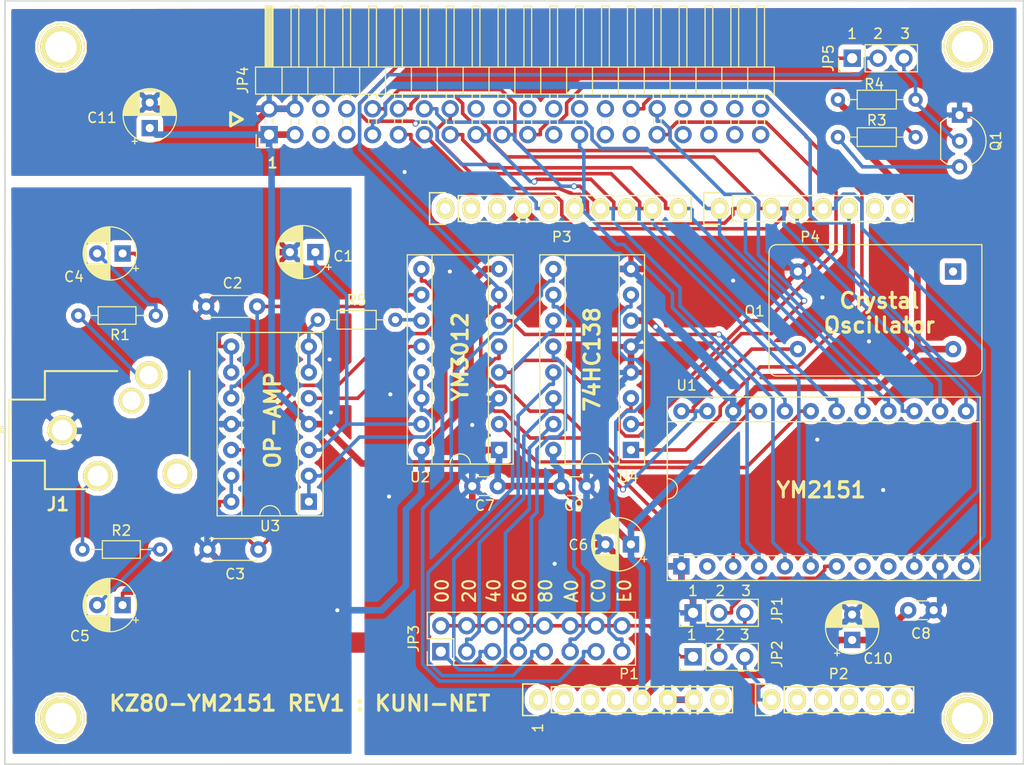
<source format=kicad_pcb>
(kicad_pcb (version 20171130) (host pcbnew "(5.0.0-3-g5ebb6b6)")
  (title_block (date "lun. 30 mars 2015"))
  (layers (0 F.Cu signal) (31 B.Cu signal) (34 B.Paste user) (35 F.Paste user) (36 B.SilkS user) (37 F.SilkS user) (38 B.Mask user) (39 F.Mask user) (44 Edge.Cuts user))
  (net 0 "")
  (net 1 /A0)
  (net 2 "Net-(C1-Pad1)")
  (net 3 GNDA)
  (net 4 "Net-(C2-Pad1)")
  (net 5 "Net-(C3-Pad1)")
  (net 6 "Net-(C4-Pad1)")
  (net 7 "Net-(C4-Pad2)")
  (net 8 "Net-(C5-Pad1)")
  (net 9 "Net-(C5-Pad2)")
  (net 10 VCC)
  (net 11 "Net-(J1-Pad2)")
  (net 12 "Net-(J1-Pad5)")
  (net 13 /~CS)
  (net 14 /phM)
  (net 15 /~IC)
  (net 16 /~WR)
  (net 17 /~RD)
  (net 18 /D7)
  (net 19 /D6)
  (net 20 /D5)
  (net 21 /D4)
  (net 22 /D3)
  (net 23 /D2)
  (net 24 /D1)
  (net 25 /D0)
  (net 26 "Net-(U1-Pad19)")
  (net 27 "Net-(U1-Pad20)")
  (net 28 "Net-(U1-Pad21)")
  (net 29 "Net-(U1-Pad23)")
  (net 30 "Net-(U2-Pad12)")
  (net 31 "Net-(U2-Pad13)")
  (net 32 GNDD)
  (net 33 /~CE)
  (net 34 RES)
  (net 35 "Net-(Q1-Pad3)")
  (net 36 "Net-(JP1-Pad3)")
  (net 37 "Net-(JP2-Pad1)")
  (net 38 "Net-(JP3-Pad1)")
  (net 39 "Net-(JP3-Pad3)")
  (net 40 "Net-(JP3-Pad5)")
  (net 41 "Net-(JP3-Pad7)")
  (net 42 "Net-(JP3-Pad9)")
  (net 43 "Net-(JP3-Pad11)")
  (net 44 "Net-(JP3-Pad13)")
  (net 45 "Net-(JP3-Pad15)")
  (net 46 "Net-(R5-Pad1)")
  (net 47 "Net-(R5-Pad2)")
  (net 48 /A5)
  (net 49 /A6)
  (net 50 /A7)
  (net 51 "Net-(JP5-Pad1)")
  (net 52 "Net-(JP5-Pad3)")
  (module Capacitor_THT:CP_Radial_D5.0mm_P2.50mm (layer F.Cu) (at 117.028 79.853 180)
    (fp_text reference C1 (at -2.74 -0.402 180) (layer F.SilkS))
    (fp_text value 10u)
    (pad 1 thru_hole rect (at 0 0 180) (size 1.6 1.6) (drill 0.8) (layers *.Cu *.Mask) (net 2 "Net-(C1-Pad1)"))
    (pad 2 thru_hole circle (at 2.5 0 180) (size 1.6 1.6) (drill 0.8) (layers *.Cu *.Mask) (net 3 GNDA))
  )
  (module Capacitor_THT:CP_Radial_D5.0mm_P2.50mm (layer F.Cu) (at 98.105 79.98 180)
    (fp_text reference C4 (at 4.777 -2.295 180) (layer F.SilkS))
    (fp_text value 4.7u)
    (pad 2 thru_hole circle (at 2.5 0 180) (size 1.6 1.6) (drill 0.8) (layers *.Cu *.Mask) (net 7 "Net-(C4-Pad2)"))
    (pad 1 thru_hole rect (at 0 0 180) (size 1.6 1.6) (drill 0.8) (layers *.Cu *.Mask) (net 6 "Net-(C4-Pad1)"))
  )
  (module Capacitor_THT:CP_Radial_D5.0mm_P2.50mm (layer F.Cu) (at 98.105 114.524 180)
    (fp_text reference C5 (at 4.197 -3.041 180) (layer F.SilkS))
    (fp_text value 4.7u)
    (pad 1 thru_hole rect (at 0 0 180) (size 1.6 1.6) (drill 0.8) (layers *.Cu *.Mask) (net 8 "Net-(C5-Pad1)"))
    (pad 2 thru_hole circle (at 2.5 0 180) (size 1.6 1.6) (drill 0.8) (layers *.Cu *.Mask) (net 9 "Net-(C5-Pad2)"))
  )
  (module Capacitor_THT:CP_Radial_D5.0mm_P2.50mm (layer F.Cu) (at 148.016 108.555 180)
    (fp_text reference C6 (at 5.168 -0.05 180) (layer F.SilkS))
    (fp_text value 4.7u)
    (pad 2 thru_hole circle (at 2.5 0 180) (size 1.6 1.6) (drill 0.8) (layers *.Cu *.Mask) (net 32 GNDD))
    (pad 1 thru_hole rect (at 0 0 180) (size 1.6 1.6) (drill 0.8) (layers *.Cu *.Mask) (net 10 VCC))
  )
  (module Capacitor_THT:CP_Radial_D5.0mm_P2.50mm (layer F.Cu) (at 169.733 117.953 90)
    (fp_text reference C10 (at -1.822 2.545 180) (layer F.SilkS))
    (fp_text value 4.7u)
    (pad 1 thru_hole rect (at 0 0 90) (size 1.6 1.6) (drill 0.8) (layers *.Cu *.Mask) (net 10 VCC))
    (pad 2 thru_hole circle (at 2.5 0 90) (size 1.6 1.6) (drill 0.8) (layers *.Cu *.Mask) (net 32 GNDD))
  )
  (module Resistor_THT:R_Axial_DIN0204_L3.6mm_D1.6mm_P7.62mm_Horizontal (layer F.Cu) (at 117.268 86.495)
    (fp_text reference R5 (at 3.81 -1.92) (layer F.SilkS))
    (fp_text value 100)
    (pad 1 thru_hole circle (at 0 0) (size 1.4 1.4) (drill 0.7) (layers *.Cu *.Mask) (net 46 "Net-(R5-Pad1)"))
    (pad 2 thru_hole oval (at 7.62 0) (size 1.4 1.4) (drill 0.7) (layers *.Cu *.Mask) (net 47 "Net-(R5-Pad2)"))
  )
  (module Connector_PinHeader_2.54mm:PinHeader_2x08_P2.54mm_Vertical (layer F.Cu) (at 129.347 119.096 90)
    (fp_text reference JP3 (at 1.27 -2.667 90) (layer F.SilkS))
    (fp_text value "I/O ADDR JP")
    (pad 1 thru_hole rect (at 0 0 90) (size 1.7 1.7) (drill 1) (layers *.Cu *.Mask) (net 38 "Net-(JP3-Pad1)"))
    (pad 2 thru_hole oval (at 2.54 0 90) (size 1.7 1.7) (drill 1) (layers *.Cu *.Mask) (net 37 "Net-(JP2-Pad1)"))
    (pad 3 thru_hole oval (at 0 2.54 90) (size 1.7 1.7) (drill 1) (layers *.Cu *.Mask) (net 39 "Net-(JP3-Pad3)"))
    (pad 4 thru_hole oval (at 2.54 2.54 90) (size 1.7 1.7) (drill 1) (layers *.Cu *.Mask) (net 37 "Net-(JP2-Pad1)"))
    (pad 5 thru_hole oval (at 0 5.08 90) (size 1.7 1.7) (drill 1) (layers *.Cu *.Mask) (net 40 "Net-(JP3-Pad5)"))
    (pad 6 thru_hole oval (at 2.54 5.08 90) (size 1.7 1.7) (drill 1) (layers *.Cu *.Mask) (net 37 "Net-(JP2-Pad1)"))
    (pad 7 thru_hole oval (at 0 7.62 90) (size 1.7 1.7) (drill 1) (layers *.Cu *.Mask) (net 41 "Net-(JP3-Pad7)"))
    (pad 8 thru_hole oval (at 2.54 7.62 90) (size 1.7 1.7) (drill 1) (layers *.Cu *.Mask) (net 37 "Net-(JP2-Pad1)"))
    (pad 9 thru_hole oval (at 0 10.16 90) (size 1.7 1.7) (drill 1) (layers *.Cu *.Mask) (net 42 "Net-(JP3-Pad9)"))
    (pad 10 thru_hole oval (at 2.54 10.16 90) (size 1.7 1.7) (drill 1) (layers *.Cu *.Mask) (net 37 "Net-(JP2-Pad1)"))
    (pad 11 thru_hole oval (at 0 12.7 90) (size 1.7 1.7) (drill 1) (layers *.Cu *.Mask) (net 43 "Net-(JP3-Pad11)"))
    (pad 12 thru_hole oval (at 2.54 12.7 90) (size 1.7 1.7) (drill 1) (layers *.Cu *.Mask) (net 37 "Net-(JP2-Pad1)"))
    (pad 13 thru_hole oval (at 0 15.24 90) (size 1.7 1.7) (drill 1) (layers *.Cu *.Mask) (net 44 "Net-(JP3-Pad13)"))
    (pad 14 thru_hole oval (at 2.54 15.24 90) (size 1.7 1.7) (drill 1) (layers *.Cu *.Mask) (net 37 "Net-(JP2-Pad1)"))
    (pad 15 thru_hole oval (at 0 17.78 90) (size 1.7 1.7) (drill 1) (layers *.Cu *.Mask) (net 45 "Net-(JP3-Pad15)"))
    (pad 16 thru_hole oval (at 2.54 17.78 90) (size 1.7 1.7) (drill 1) (layers *.Cu *.Mask) (net 37 "Net-(JP2-Pad1)"))
  )
  (module Connector_PinHeader_2.54mm:PinHeader_2x20_P2.54mm_Horizontal (layer F.Cu) (at 112.488 68.305 90)
    (fp_text reference JP4 (at 5.343 -2.572 90) (layer F.SilkS))
    (fp_text value "SBC8080 BUS")
    (pad 1 thru_hole rect (at 0 0 90) (size 1.7 1.7) (drill 1) (layers *.Cu *.Mask) (net 10 VCC))
    (pad 2 thru_hole oval (at 2.54 0 90) (size 1.7 1.7) (drill 1) (layers *.Cu *.Mask) (net 32 GNDD))
    (pad 3 thru_hole oval (at 0 2.54 90) (size 1.7 1.7) (drill 1) (layers *.Cu *.Mask) (net 10 VCC))
    (pad 4 thru_hole oval (at 2.54 2.54 90) (size 1.7 1.7) (drill 1) (layers *.Cu *.Mask) (net 32 GNDD))
    (pad 5 thru_hole oval (at 0 5.08 90) (size 1.7 1.7) (drill 1) (layers *.Cu *.Mask))
    (pad 6 thru_hole oval (at 2.54 5.08 90) (size 1.7 1.7) (drill 1) (layers *.Cu *.Mask))
    (pad 7 thru_hole oval (at 0 7.62 90) (size 1.7 1.7) (drill 1) (layers *.Cu *.Mask))
    (pad 8 thru_hole oval (at 2.54 7.62 90) (size 1.7 1.7) (drill 1) (layers *.Cu *.Mask))
    (pad 9 thru_hole oval (at 0 10.16 90) (size 1.7 1.7) (drill 1) (layers *.Cu *.Mask) (net 25 /D0))
    (pad 10 thru_hole oval (at 2.54 10.16 90) (size 1.7 1.7) (drill 1) (layers *.Cu *.Mask) (net 24 /D1))
    (pad 11 thru_hole oval (at 0 12.7 90) (size 1.7 1.7) (drill 1) (layers *.Cu *.Mask) (net 23 /D2))
    (pad 12 thru_hole oval (at 2.54 12.7 90) (size 1.7 1.7) (drill 1) (layers *.Cu *.Mask) (net 22 /D3))
    (pad 13 thru_hole oval (at 0 15.24 90) (size 1.7 1.7) (drill 1) (layers *.Cu *.Mask) (net 21 /D4))
    (pad 14 thru_hole oval (at 2.54 15.24 90) (size 1.7 1.7) (drill 1) (layers *.Cu *.Mask) (net 20 /D5))
    (pad 15 thru_hole oval (at 0 17.78 90) (size 1.7 1.7) (drill 1) (layers *.Cu *.Mask) (net 19 /D6))
    (pad 16 thru_hole oval (at 2.54 17.78 90) (size 1.7 1.7) (drill 1) (layers *.Cu *.Mask) (net 18 /D7))
    (pad 17 thru_hole oval (at 0 20.32 90) (size 1.7 1.7) (drill 1) (layers *.Cu *.Mask) (net 17 /~RD))
    (pad 18 thru_hole oval (at 2.54 20.32 90) (size 1.7 1.7) (drill 1) (layers *.Cu *.Mask))
    (pad 19 thru_hole oval (at 0 22.86 90) (size 1.7 1.7) (drill 1) (layers *.Cu *.Mask) (net 16 /~WR))
    (pad 20 thru_hole oval (at 2.54 22.86 90) (size 1.7 1.7) (drill 1) (layers *.Cu *.Mask))
    (pad 21 thru_hole oval (at 0 25.4 90) (size 1.7 1.7) (drill 1) (layers *.Cu *.Mask) (net 34 RES))
    (pad 22 thru_hole oval (at 2.54 25.4 90) (size 1.7 1.7) (drill 1) (layers *.Cu *.Mask))
    (pad 23 thru_hole oval (at 0 27.94 90) (size 1.7 1.7) (drill 1) (layers *.Cu *.Mask))
    (pad 24 thru_hole oval (at 2.54 27.94 90) (size 1.7 1.7) (drill 1) (layers *.Cu *.Mask))
    (pad 25 thru_hole oval (at 0 30.48 90) (size 1.7 1.7) (drill 1) (layers *.Cu *.Mask) (net 1 /A0))
    (pad 26 thru_hole oval (at 2.54 30.48 90) (size 1.7 1.7) (drill 1) (layers *.Cu *.Mask))
    (pad 27 thru_hole oval (at 0 33.02 90) (size 1.7 1.7) (drill 1) (layers *.Cu *.Mask))
    (pad 28 thru_hole oval (at 2.54 33.02 90) (size 1.7 1.7) (drill 1) (layers *.Cu *.Mask))
    (pad 29 thru_hole oval (at 0 35.56 90) (size 1.7 1.7) (drill 1) (layers *.Cu *.Mask))
    (pad 30 thru_hole oval (at 2.54 35.56 90) (size 1.7 1.7) (drill 1) (layers *.Cu *.Mask) (net 48 /A5))
    (pad 31 thru_hole oval (at 0 38.1 90) (size 1.7 1.7) (drill 1) (layers *.Cu *.Mask) (net 49 /A6))
    (pad 32 thru_hole oval (at 2.54 38.1 90) (size 1.7 1.7) (drill 1) (layers *.Cu *.Mask) (net 50 /A7))
    (pad 33 thru_hole oval (at 0 40.64 90) (size 1.7 1.7) (drill 1) (layers *.Cu *.Mask))
    (pad 34 thru_hole oval (at 2.54 40.64 90) (size 1.7 1.7) (drill 1) (layers *.Cu *.Mask))
    (pad 35 thru_hole oval (at 0 43.18 90) (size 1.7 1.7) (drill 1) (layers *.Cu *.Mask))
    (pad 36 thru_hole oval (at 2.54 43.18 90) (size 1.7 1.7) (drill 1) (layers *.Cu *.Mask))
    (pad 37 thru_hole oval (at 0 45.72 90) (size 1.7 1.7) (drill 1) (layers *.Cu *.Mask))
    (pad 38 thru_hole oval (at 2.54 45.72 90) (size 1.7 1.7) (drill 1) (layers *.Cu *.Mask))
    (pad 39 thru_hole oval (at 0 48.26 90) (size 1.7 1.7) (drill 1) (layers *.Cu *.Mask))
    (pad 40 thru_hole oval (at 2.54 48.26 90) (size 1.7 1.7) (drill 1) (layers *.Cu *.Mask))
  )
  (module Capacitor_THT:CP_Radial_D5.0mm_P2.50mm (layer F.Cu) (at 100.772 67.661 90)
    (fp_text reference C11 (at 1.016 -4.699 180) (layer F.SilkS))
    (fp_text value 4.7u)
    (pad 1 thru_hole rect (at 0 0 90) (size 1.6 1.6) (drill 0.8) (layers *.Cu *.Mask) (net 10 VCC))
    (pad 2 thru_hole circle (at 2.5 0 90) (size 1.6 1.6) (drill 0.8) (layers *.Cu *.Mask) (net 32 GNDD))
  )
  (module Capacitor_THT:C_Disc_D3.0mm_W1.6mm_P2.50mm (layer F.Cu) (at 134.935 102.84 180)
    (fp_text reference C7 (at 1.27 -1.905 180) (layer F.SilkS))
    (fp_text value 0.1u)
    (pad 1 thru_hole circle (at 0 0 180) (size 1.6 1.6) (drill 0.8) (layers *.Cu *.Mask) (net 10 VCC))
    (pad 2 thru_hole circle (at 2.5 0 180) (size 1.6 1.6) (drill 0.8) (layers *.Cu *.Mask) (net 32 GNDD))
  )
  (module Capacitor_THT:C_Disc_D3.0mm_W1.6mm_P2.50mm (layer F.Cu) (at 175.234 115.032)
    (fp_text reference C8 (at 1.25 2.286) (layer F.SilkS))
    (fp_text value 0.1u)
    (pad 2 thru_hole circle (at 2.5 0) (size 1.6 1.6) (drill 0.8) (layers *.Cu *.Mask) (net 32 GNDD))
    (pad 1 thru_hole circle (at 0 0) (size 1.6 1.6) (drill 0.8) (layers *.Cu *.Mask) (net 10 VCC))
  )
  (module Capacitor_THT:C_Disc_D3.0mm_W1.6mm_P2.50mm (layer F.Cu) (at 141.158 102.84)
    (fp_text reference C9 (at 1.25 1.905) (layer F.SilkS))
    (fp_text value 0.1u)
    (pad 1 thru_hole circle (at 0 0) (size 1.6 1.6) (drill 0.8) (layers *.Cu *.Mask) (net 10 VCC))
    (pad 2 thru_hole circle (at 2.5 0) (size 1.6 1.6) (drill 0.8) (layers *.Cu *.Mask) (net 32 GNDD))
  )
  (module Connector_PinHeader_2.54mm:PinHeader_1x03_P2.54mm_Vertical (layer F.Cu) (at 154.112 115.286 90)
    (fp_text reference JP1 (at 0.254 8.255 90) (layer F.SilkS))
    (fp_text value "Aruduino Jumper")
    (pad 3 thru_hole oval (at 0 5.08 90) (size 1.7 1.7) (drill 1) (layers *.Cu *.Mask) (net 36 "Net-(JP1-Pad3)"))
    (pad 2 thru_hole oval (at 0 2.54 90) (size 1.7 1.7) (drill 1) (layers *.Cu *.Mask) (net 13 /~CS))
    (pad 1 thru_hole rect (at 0 0 90) (size 1.7 1.7) (drill 1) (layers *.Cu *.Mask) (net 32 GNDD))
  )
  (module Connector_PinHeader_2.54mm:PinHeader_1x03_P2.54mm_Vertical (layer F.Cu) (at 154.112 119.604 90)
    (fp_text reference JP2 (at 0.254 8.255 90) (layer F.SilkS))
    (fp_text value "SBC Jumper")
    (pad 1 thru_hole rect (at 0 0 90) (size 1.7 1.7) (drill 1) (layers *.Cu *.Mask) (net 37 "Net-(JP2-Pad1)"))
    (pad 2 thru_hole oval (at 0 2.54 90) (size 1.7 1.7) (drill 1) (layers *.Cu *.Mask) (net 36 "Net-(JP1-Pad3)"))
    (pad 3 thru_hole oval (at 0 5.08 90) (size 1.7 1.7) (drill 1) (layers *.Cu *.Mask) (net 33 /~CE))
  )
  (module Package_TO_SOT_THT:TO-92_Inline_Wide (layer F.Cu) (at 180.274 66.391 270)
    (fp_text reference Q1 (at 2.54 -3.56 270) (layer F.SilkS))
    (fp_text value 2SC1815)
    (pad 2 thru_hole circle (at 2.54 0) (size 1.5 1.5) (drill 0.8) (layers *.Cu *.Mask) (net 52 "Net-(JP5-Pad3)"))
    (pad 3 thru_hole circle (at 5.08 0) (size 1.5 1.5) (drill 0.8) (layers *.Cu *.Mask) (net 35 "Net-(Q1-Pad3)"))
    (pad 1 thru_hole rect (at 0 0) (size 1.5 1.5) (drill 0.8) (layers *.Cu *.Mask) (net 32 GNDD))
  )
  (module Package_DIP:DIP-16_W7.62mm_Socket (layer F.Cu) (at 148.016 99.284 180)
    (fp_text reference U4 (at 0.254 -2.667 180) (layer F.SilkS))
    (fp_text value 74LS138)
    (pad 1 thru_hole rect (at 0 0 180) (size 1.6 1.6) (drill 0.8) (layers *.Cu *.Mask) (net 48 /A5))
    (pad 9 thru_hole oval (at 7.62 17.78 180) (size 1.6 1.6) (drill 0.8) (layers *.Cu *.Mask) (net 44 "Net-(JP3-Pad13)"))
    (pad 2 thru_hole oval (at 0 2.54 180) (size 1.6 1.6) (drill 0.8) (layers *.Cu *.Mask) (net 49 /A6))
    (pad 10 thru_hole oval (at 7.62 15.24 180) (size 1.6 1.6) (drill 0.8) (layers *.Cu *.Mask) (net 43 "Net-(JP3-Pad11)"))
    (pad 3 thru_hole oval (at 0 5.08 180) (size 1.6 1.6) (drill 0.8) (layers *.Cu *.Mask) (net 50 /A7))
    (pad 11 thru_hole oval (at 7.62 12.7 180) (size 1.6 1.6) (drill 0.8) (layers *.Cu *.Mask) (net 42 "Net-(JP3-Pad9)"))
    (pad 4 thru_hole oval (at 0 7.62 180) (size 1.6 1.6) (drill 0.8) (layers *.Cu *.Mask) (net 32 GNDD))
    (pad 12 thru_hole oval (at 7.62 10.16 180) (size 1.6 1.6) (drill 0.8) (layers *.Cu *.Mask) (net 41 "Net-(JP3-Pad7)"))
    (pad 5 thru_hole oval (at 0 10.16 180) (size 1.6 1.6) (drill 0.8) (layers *.Cu *.Mask) (net 32 GNDD))
    (pad 13 thru_hole oval (at 7.62 7.62 180) (size 1.6 1.6) (drill 0.8) (layers *.Cu *.Mask) (net 40 "Net-(JP3-Pad5)"))
    (pad 6 thru_hole oval (at 0 12.7 180) (size 1.6 1.6) (drill 0.8) (layers *.Cu *.Mask) (net 10 VCC))
    (pad 14 thru_hole oval (at 7.62 5.08 180) (size 1.6 1.6) (drill 0.8) (layers *.Cu *.Mask) (net 39 "Net-(JP3-Pad3)"))
    (pad 7 thru_hole oval (at 0 15.24 180) (size 1.6 1.6) (drill 0.8) (layers *.Cu *.Mask) (net 45 "Net-(JP3-Pad15)"))
    (pad 15 thru_hole oval (at 7.62 2.54 180) (size 1.6 1.6) (drill 0.8) (layers *.Cu *.Mask) (net 38 "Net-(JP3-Pad1)"))
    (pad 8 thru_hole oval (at 0 17.78 180) (size 1.6 1.6) (drill 0.8) (layers *.Cu *.Mask) (net 32 GNDD))
    (pad 16 thru_hole oval (at 7.62 0 180) (size 1.6 1.6) (drill 0.8) (layers *.Cu *.Mask) (net 10 VCC))
  )
  (module Resistor_THT:R_Axial_DIN0204_L3.6mm_D1.6mm_P7.62mm_Horizontal (layer F.Cu) (at 168.336 68.55)
    (fp_text reference R3 (at 3.81 -1.651) (layer F.SilkS))
    (fp_text value 100k)
    (pad 2 thru_hole oval (at 7.62 0) (size 1.4 1.4) (drill 0.7) (layers *.Cu *.Mask) (net 34 RES))
    (pad 1 thru_hole circle (at 0 0) (size 1.4 1.4) (drill 0.7) (layers *.Cu *.Mask) (net 35 "Net-(Q1-Pad3)"))
  )
  (module Resistor_THT:R_Axial_DIN0204_L3.6mm_D1.6mm_P7.62mm_Horizontal (layer F.Cu) (at 175.956 64.867 180)
    (fp_text reference R4 (at 4.064 1.524 180) (layer F.SilkS))
    (fp_text value 1k)
    (pad 1 thru_hole circle (at 0 0 180) (size 1.4 1.4) (drill 0.7) (layers *.Cu *.Mask) (net 52 "Net-(JP5-Pad3)"))
    (pad 2 thru_hole oval (at 7.62 0 180) (size 1.4 1.4) (drill 0.7) (layers *.Cu *.Mask) (net 10 VCC))
  )
  (module AJ-1780:AJ-1780 (layer F.Cu) (at 90.478 97.335)
    (fp_text reference J1 (at 1.277 7.283) (layer F.SilkS) (effects (font (size 1.27 1.27) (thickness 0.254))))
    (fp_text value Audio-Jack-3_2Switches hide)
    (pad 1 thru_hole circle (at 1.7 0 90) (size 2.9 2.9) (drill 2) (layers *.Cu *.Mask F.SilkS) (net 3 GNDA))
    (pad 2 thru_hole circle (at 10.2 -5.4 90) (size 2.7 2.7) (drill 1.8) (layers *.Cu *.Mask F.SilkS) (net 11 "Net-(J1-Pad2)"))
    (pad 3 thru_hole circle (at 8.5 -2.9 90) (size 2.5 2.5) (drill 1.8) (layers *.Cu *.Mask F.SilkS))
    (pad 4 thru_hole circle (at 13 4.3 90) (size 2.9 2.9) (drill 2) (layers *.Cu *.Mask F.SilkS))
    (pad 5 thru_hole circle (at 5.2 4.5 90) (size 2.9 2.9) (drill 2) (layers *.Cu *.Mask F.SilkS) (net 12 "Net-(J1-Pad5)"))
  )
  (module Capacitor_THT:C_Disc_D4.3mm_W1.9mm_P5.00mm (layer F.Cu) (at 111.44 109.063 180)
    (fp_text reference C3 (at 2.286 -2.413 180) (layer F.SilkS))
    (fp_text value 3300p)
    (pad 2 thru_hole circle (at 5 0 180) (size 1.6 1.6) (drill 0.8) (layers *.Cu *.Mask) (net 3 GNDA))
    (pad 1 thru_hole circle (at 0 0 180) (size 1.6 1.6) (drill 0.8) (layers *.Cu *.Mask) (net 5 "Net-(C3-Pad1)"))
  )
  (module Capacitor_THT:C_Disc_D4.3mm_W1.9mm_P5.00mm (layer F.Cu) (at 111.313 85.187 180)
    (fp_text reference C2 (at 2.413 2.286 180) (layer F.SilkS))
    (fp_text value 3300p)
    (pad 1 thru_hole circle (at 0 0 180) (size 1.6 1.6) (drill 0.8) (layers *.Cu *.Mask) (net 4 "Net-(C2-Pad1)"))
    (pad 2 thru_hole circle (at 5 0 180) (size 1.6 1.6) (drill 0.8) (layers *.Cu *.Mask) (net 3 GNDA))
  )
  (module Socket_Arduino_Uno:Socket_Strip_Arduino_1x08 (layer F.Cu) (at 138.938 123.825)
    (fp_text reference P1 (at 8.89 -2.54) (layer F.SilkS))
    (fp_text value Power)
    (pad 1 thru_hole oval (at 0 0) (size 1.7272 2.032) (drill 1.016) (layers *.Cu *.Mask F.SilkS))
    (pad 2 thru_hole oval (at 2.54 0) (size 1.7272 2.032) (drill 1.016) (layers *.Cu *.Mask F.SilkS))
    (pad 3 thru_hole oval (at 5.08 0) (size 1.7272 2.032) (drill 1.016) (layers *.Cu *.Mask F.SilkS))
    (pad 4 thru_hole oval (at 7.62 0) (size 1.7272 2.032) (drill 1.016) (layers *.Cu *.Mask F.SilkS))
    (pad 5 thru_hole oval (at 10.16 0) (size 1.7272 2.032) (drill 1.016) (layers *.Cu *.Mask F.SilkS) (net 10 VCC))
    (pad 6 thru_hole oval (at 12.7 0) (size 1.7272 2.032) (drill 1.016) (layers *.Cu *.Mask F.SilkS) (net 32 GNDD))
    (pad 7 thru_hole oval (at 15.24 0) (size 1.7272 2.032) (drill 1.016) (layers *.Cu *.Mask F.SilkS) (net 32 GNDD))
    (pad 8 thru_hole oval (at 17.78 0) (size 1.7272 2.032) (drill 1.016) (layers *.Cu *.Mask F.SilkS))
  )
  (module Socket_Arduino_Uno:Socket_Strip_Arduino_1x06 (layer F.Cu) (at 161.798 123.825)
    (fp_text reference P2 (at 6.604 -2.54) (layer F.SilkS))
    (fp_text value Analog)
    (pad 1 thru_hole oval (at 0 0) (size 1.7272 2.032) (drill 1.016) (layers *.Cu *.Mask F.SilkS) (net 33 /~CE))
    (pad 2 thru_hole oval (at 2.54 0) (size 1.7272 2.032) (drill 1.016) (layers *.Cu *.Mask F.SilkS))
    (pad 3 thru_hole oval (at 5.08 0) (size 1.7272 2.032) (drill 1.016) (layers *.Cu *.Mask F.SilkS))
    (pad 4 thru_hole oval (at 7.62 0) (size 1.7272 2.032) (drill 1.016) (layers *.Cu *.Mask F.SilkS))
    (pad 5 thru_hole oval (at 10.16 0) (size 1.7272 2.032) (drill 1.016) (layers *.Cu *.Mask F.SilkS))
    (pad 6 thru_hole oval (at 12.7 0) (size 1.7272 2.032) (drill 1.016) (layers *.Cu *.Mask F.SilkS))
  )
  (module Socket_Arduino_Uno:Socket_Strip_Arduino_1x10 (layer F.Cu) (at 129.794 75.565)
    (fp_text reference P3 (at 11.43 2.794) (layer F.SilkS))
    (fp_text value Digital)
    (pad 1 thru_hole oval (at 0 0) (size 1.7272 2.032) (drill 1.016) (layers *.Cu *.Mask F.SilkS))
    (pad 2 thru_hole oval (at 2.54 0) (size 1.7272 2.032) (drill 1.016) (layers *.Cu *.Mask F.SilkS))
    (pad 3 thru_hole oval (at 5.08 0) (size 1.7272 2.032) (drill 1.016) (layers *.Cu *.Mask F.SilkS))
    (pad 4 thru_hole oval (at 7.62 0) (size 1.7272 2.032) (drill 1.016) (layers *.Cu *.Mask F.SilkS) (net 32 GNDD))
    (pad 5 thru_hole oval (at 10.16 0) (size 1.7272 2.032) (drill 1.016) (layers *.Cu *.Mask F.SilkS) (net 51 "Net-(JP5-Pad1)"))
    (pad 6 thru_hole oval (at 12.7 0) (size 1.7272 2.032) (drill 1.016) (layers *.Cu *.Mask F.SilkS) (net 1 /A0))
    (pad 7 thru_hole oval (at 15.24 0) (size 1.7272 2.032) (drill 1.016) (layers *.Cu *.Mask F.SilkS) (net 16 /~WR))
    (pad 8 thru_hole oval (at 17.78 0) (size 1.7272 2.032) (drill 1.016) (layers *.Cu *.Mask F.SilkS) (net 17 /~RD))
    (pad 9 thru_hole oval (at 20.32 0) (size 1.7272 2.032) (drill 1.016) (layers *.Cu *.Mask F.SilkS) (net 18 /D7))
    (pad 10 thru_hole oval (at 22.86 0) (size 1.7272 2.032) (drill 1.016) (layers *.Cu *.Mask F.SilkS) (net 19 /D6))
  )
  (module Socket_Arduino_Uno:Socket_Strip_Arduino_1x08 (layer F.Cu) (at 156.718 75.565)
    (fp_text reference P4 (at 8.89 2.794) (layer F.SilkS))
    (fp_text value Digital)
    (pad 1 thru_hole oval (at 0 0) (size 1.7272 2.032) (drill 1.016) (layers *.Cu *.Mask F.SilkS) (net 20 /D5))
    (pad 2 thru_hole oval (at 2.54 0) (size 1.7272 2.032) (drill 1.016) (layers *.Cu *.Mask F.SilkS) (net 21 /D4))
    (pad 3 thru_hole oval (at 5.08 0) (size 1.7272 2.032) (drill 1.016) (layers *.Cu *.Mask F.SilkS) (net 22 /D3))
    (pad 4 thru_hole oval (at 7.62 0) (size 1.7272 2.032) (drill 1.016) (layers *.Cu *.Mask F.SilkS) (net 23 /D2))
    (pad 5 thru_hole oval (at 10.16 0) (size 1.7272 2.032) (drill 1.016) (layers *.Cu *.Mask F.SilkS) (net 24 /D1))
    (pad 6 thru_hole oval (at 12.7 0) (size 1.7272 2.032) (drill 1.016) (layers *.Cu *.Mask F.SilkS) (net 25 /D0))
    (pad 7 thru_hole oval (at 15.24 0) (size 1.7272 2.032) (drill 1.016) (layers *.Cu *.Mask F.SilkS))
    (pad 8 thru_hole oval (at 17.78 0) (size 1.7272 2.032) (drill 1.016) (layers *.Cu *.Mask F.SilkS))
  )
  (module Socket_Arduino_Uno:Arduino_1pin (layer F.Cu) (at 92.048 125.635)
    (fp_text reference P5 hide)
    (fp_text value CONN_01X01 hide)
    (pad 1 thru_hole circle (at 0 0) (size 4.064 4.064) (drill 3.048) (layers *.Cu *.Mask F.SilkS))
  )
  (module Socket_Arduino_Uno:Arduino_1pin (layer F.Cu) (at 181.038 125.645)
    (fp_text reference P6 hide)
    (fp_text value CONN_01X01 hide)
    (pad 1 thru_hole circle (at 0 0) (size 4.064 4.064) (drill 3.048) (layers *.Cu *.Mask F.SilkS))
  )
  (module Socket_Arduino_Uno:Arduino_1pin (layer F.Cu) (at 92.058 59.695)
    (fp_text reference P7 hide)
    (fp_text value CONN_01X01 hide)
    (pad 1 thru_hole circle (at 0 0) (size 4.064 4.064) (drill 3.048) (layers *.Cu *.Mask F.SilkS))
  )
  (module Socket_Arduino_Uno:Arduino_1pin (layer F.Cu) (at 181.048 59.655)
    (fp_text reference P8 hide)
    (fp_text value CONN_01X01 hide)
    (pad 1 thru_hole circle (at 0 0) (size 4.064 4.064) (drill 3.048) (layers *.Cu *.Mask F.SilkS))
  )
  (module Resistors_THT:R_Axial_DIN0204_L3.6mm_D1.6mm_P7.62mm_Horizontal (layer F.Cu) (at 93.748 86.075)
    (fp_text reference R1 (at 4.103 1.906) (layer F.SilkS))
    (fp_text value 1k)
    (pad 1 thru_hole circle (at 0 0) (size 1.4 1.4) (drill 0.7) (layers *.Cu *.Mask) (net 11 "Net-(J1-Pad2)"))
    (pad 2 thru_hole oval (at 7.62 0) (size 1.4 1.4) (drill 0.7) (layers *.Cu *.Mask) (net 7 "Net-(C4-Pad2)"))
  )
  (module Resistors_THT:R_Axial_DIN0204_L3.6mm_D1.6mm_P7.62mm_Horizontal (layer F.Cu) (at 94.168 109.063)
    (fp_text reference R2 (at 3.81 -1.86) (layer F.SilkS))
    (fp_text value 1k)
    (pad 1 thru_hole circle (at 0 0) (size 1.4 1.4) (drill 0.7) (layers *.Cu *.Mask) (net 12 "Net-(J1-Pad5)"))
    (pad 2 thru_hole oval (at 7.62 0) (size 1.4 1.4) (drill 0.7) (layers *.Cu *.Mask) (net 9 "Net-(C5-Pad2)"))
  )
  (module Housings_DIP:DIP-24_W15.24mm_Socket (layer F.Cu) (at 152.969 110.714 90)
    (fp_text reference U1 (at 17.78 0.508 180) (layer F.SilkS))
    (fp_text value YM2151)
    (pad 1 thru_hole rect (at 0 0 90) (size 1.6 1.6) (drill 0.8) (layers *.Cu *.Mask) (net 32 GNDD))
    (pad 13 thru_hole oval (at 15.24 27.94 90) (size 1.6 1.6) (drill 0.8) (layers *.Cu *.Mask) (net 23 /D2))
    (pad 2 thru_hole oval (at 0 2.54 90) (size 1.6 1.6) (drill 0.8) (layers *.Cu *.Mask))
    (pad 14 thru_hole oval (at 15.24 25.4 90) (size 1.6 1.6) (drill 0.8) (layers *.Cu *.Mask) (net 22 /D3))
    (pad 3 thru_hole oval (at 0 5.08 90) (size 1.6 1.6) (drill 0.8) (layers *.Cu *.Mask) (net 15 /~IC))
    (pad 15 thru_hole oval (at 15.24 22.86 90) (size 1.6 1.6) (drill 0.8) (layers *.Cu *.Mask) (net 21 /D4))
    (pad 4 thru_hole oval (at 0 7.62 90) (size 1.6 1.6) (drill 0.8) (layers *.Cu *.Mask) (net 1 /A0))
    (pad 16 thru_hole oval (at 15.24 20.32 90) (size 1.6 1.6) (drill 0.8) (layers *.Cu *.Mask) (net 20 /D5))
    (pad 5 thru_hole oval (at 0 10.16 90) (size 1.6 1.6) (drill 0.8) (layers *.Cu *.Mask) (net 16 /~WR))
    (pad 17 thru_hole oval (at 15.24 17.78 90) (size 1.6 1.6) (drill 0.8) (layers *.Cu *.Mask) (net 19 /D6))
    (pad 6 thru_hole oval (at 0 12.7 90) (size 1.6 1.6) (drill 0.8) (layers *.Cu *.Mask) (net 17 /~RD))
    (pad 18 thru_hole oval (at 15.24 15.24 90) (size 1.6 1.6) (drill 0.8) (layers *.Cu *.Mask) (net 18 /D7))
    (pad 7 thru_hole oval (at 0 15.24 90) (size 1.6 1.6) (drill 0.8) (layers *.Cu *.Mask) (net 13 /~CS))
    (pad 19 thru_hole oval (at 15.24 12.7 90) (size 1.6 1.6) (drill 0.8) (layers *.Cu *.Mask) (net 26 "Net-(U1-Pad19)"))
    (pad 8 thru_hole oval (at 0 17.78 90) (size 1.6 1.6) (drill 0.8) (layers *.Cu *.Mask))
    (pad 20 thru_hole oval (at 15.24 10.16 90) (size 1.6 1.6) (drill 0.8) (layers *.Cu *.Mask) (net 27 "Net-(U1-Pad20)"))
    (pad 9 thru_hole oval (at 0 20.32 90) (size 1.6 1.6) (drill 0.8) (layers *.Cu *.Mask))
    (pad 21 thru_hole oval (at 15.24 7.62 90) (size 1.6 1.6) (drill 0.8) (layers *.Cu *.Mask) (net 28 "Net-(U1-Pad21)"))
    (pad 10 thru_hole oval (at 0 22.86 90) (size 1.6 1.6) (drill 0.8) (layers *.Cu *.Mask) (net 25 /D0))
    (pad 22 thru_hole oval (at 15.24 5.08 90) (size 1.6 1.6) (drill 0.8) (layers *.Cu *.Mask) (net 10 VCC))
    (pad 11 thru_hole oval (at 0 25.4 90) (size 1.6 1.6) (drill 0.8) (layers *.Cu *.Mask) (net 32 GNDD))
    (pad 23 thru_hole oval (at 15.24 2.54 90) (size 1.6 1.6) (drill 0.8) (layers *.Cu *.Mask) (net 29 "Net-(U1-Pad23)"))
    (pad 12 thru_hole oval (at 0 27.94 90) (size 1.6 1.6) (drill 0.8) (layers *.Cu *.Mask) (net 24 /D1))
    (pad 24 thru_hole oval (at 15.24 0 90) (size 1.6 1.6) (drill 0.8) (layers *.Cu *.Mask) (net 14 /phM))
  )
  (module Housings_DIP:DIP-16_W7.62mm_Socket (layer F.Cu) (at 135.062 99.284 180)
    (fp_text reference U2 (at 7.747 -2.667 180) (layer F.SilkS))
    (fp_text value YM3012)
    (pad 1 thru_hole rect (at 0 0 180) (size 1.6 1.6) (drill 0.8) (layers *.Cu *.Mask) (net 10 VCC))
    (pad 9 thru_hole oval (at 7.62 17.78 180) (size 1.6 1.6) (drill 0.8) (layers *.Cu *.Mask) (net 5 "Net-(C3-Pad1)"))
    (pad 2 thru_hole oval (at 0 2.54 180) (size 1.6 1.6) (drill 0.8) (layers *.Cu *.Mask) (net 29 "Net-(U1-Pad23)"))
    (pad 10 thru_hole oval (at 7.62 15.24 180) (size 1.6 1.6) (drill 0.8) (layers *.Cu *.Mask) (net 4 "Net-(C2-Pad1)"))
    (pad 3 thru_hole oval (at 0 5.08 180) (size 1.6 1.6) (drill 0.8) (layers *.Cu *.Mask) (net 32 GNDD))
    (pad 11 thru_hole oval (at 7.62 12.7 180) (size 1.6 1.6) (drill 0.8) (layers *.Cu *.Mask) (net 47 "Net-(R5-Pad2)"))
    (pad 4 thru_hole oval (at 0 7.62 180) (size 1.6 1.6) (drill 0.8) (layers *.Cu *.Mask) (net 28 "Net-(U1-Pad21)"))
    (pad 12 thru_hole oval (at 7.62 10.16 180) (size 1.6 1.6) (drill 0.8) (layers *.Cu *.Mask) (net 30 "Net-(U2-Pad12)"))
    (pad 5 thru_hole oval (at 0 10.16 180) (size 1.6 1.6) (drill 0.8) (layers *.Cu *.Mask) (net 26 "Net-(U1-Pad19)"))
    (pad 13 thru_hole oval (at 7.62 7.62 180) (size 1.6 1.6) (drill 0.8) (layers *.Cu *.Mask) (net 31 "Net-(U2-Pad13)"))
    (pad 6 thru_hole oval (at 0 12.7 180) (size 1.6 1.6) (drill 0.8) (layers *.Cu *.Mask) (net 27 "Net-(U1-Pad20)"))
    (pad 14 thru_hole oval (at 7.62 5.08 180) (size 1.6 1.6) (drill 0.8) (layers *.Cu *.Mask) (net 31 "Net-(U2-Pad13)"))
    (pad 7 thru_hole oval (at 0 15.24 180) (size 1.6 1.6) (drill 0.8) (layers *.Cu *.Mask) (net 15 /~IC))
    (pad 15 thru_hole oval (at 7.62 2.54 180) (size 1.6 1.6) (drill 0.8) (layers *.Cu *.Mask) (net 2 "Net-(C1-Pad1)"))
    (pad 8 thru_hole oval (at 0 17.78 180) (size 1.6 1.6) (drill 0.8) (layers *.Cu *.Mask) (net 3 GNDA))
    (pad 16 thru_hole oval (at 7.62 0 180) (size 1.6 1.6) (drill 0.8) (layers *.Cu *.Mask) (net 3 GNDA))
  )
  (module Housings_DIP:DIP-14_W7.62mm_Socket (layer F.Cu) (at 116.393 104.364 180)
    (fp_text reference U3 (at 3.81 -2.39 180) (layer F.SilkS))
    (fp_text value LMC6484)
    (pad 1 thru_hole rect (at 0 0 180) (size 1.6 1.6) (drill 0.8) (layers *.Cu *.Mask) (net 31 "Net-(U2-Pad13)"))
    (pad 8 thru_hole oval (at 7.62 15.24 180) (size 1.6 1.6) (drill 0.8) (layers *.Cu *.Mask) (net 6 "Net-(C4-Pad1)"))
    (pad 2 thru_hole oval (at 0 2.54 180) (size 1.6 1.6) (drill 0.8) (layers *.Cu *.Mask) (net 31 "Net-(U2-Pad13)"))
    (pad 9 thru_hole oval (at 7.62 12.7 180) (size 1.6 1.6) (drill 0.8) (layers *.Cu *.Mask) (net 6 "Net-(C4-Pad1)"))
    (pad 3 thru_hole oval (at 0 5.08 180) (size 1.6 1.6) (drill 0.8) (layers *.Cu *.Mask) (net 2 "Net-(C1-Pad1)"))
    (pad 10 thru_hole oval (at 7.62 10.16 180) (size 1.6 1.6) (drill 0.8) (layers *.Cu *.Mask) (net 4 "Net-(C2-Pad1)"))
    (pad 4 thru_hole oval (at 0 7.62 180) (size 1.6 1.6) (drill 0.8) (layers *.Cu *.Mask) (net 10 VCC))
    (pad 11 thru_hole oval (at 7.62 7.62 180) (size 1.6 1.6) (drill 0.8) (layers *.Cu *.Mask) (net 3 GNDA))
    (pad 5 thru_hole oval (at 0 10.16 180) (size 1.6 1.6) (drill 0.8) (layers *.Cu *.Mask) (net 30 "Net-(U2-Pad12)"))
    (pad 12 thru_hole oval (at 7.62 5.08 180) (size 1.6 1.6) (drill 0.8) (layers *.Cu *.Mask) (net 5 "Net-(C3-Pad1)"))
    (pad 6 thru_hole oval (at 0 12.7 180) (size 1.6 1.6) (drill 0.8) (layers *.Cu *.Mask) (net 46 "Net-(R5-Pad1)"))
    (pad 13 thru_hole oval (at 7.62 2.54 180) (size 1.6 1.6) (drill 0.8) (layers *.Cu *.Mask) (net 8 "Net-(C5-Pad1)"))
    (pad 7 thru_hole oval (at 0 15.24 180) (size 1.6 1.6) (drill 0.8) (layers *.Cu *.Mask) (net 46 "Net-(R5-Pad1)"))
    (pad 14 thru_hole oval (at 7.62 0 180) (size 1.6 1.6) (drill 0.8) (layers *.Cu *.Mask) (net 8 "Net-(C5-Pad1)"))
  )
  (module NetTie:NetTie-2_SMD_Pad2.0mm (layer F.Cu) (at 121.219 118.207)
    (fp_text reference NT1 hide)
    (fp_text value Net-Tie_2)
    (fp_poly (pts (xy -2 -1) (xy 2 -1) (xy 2 1) (xy -2 1)) (layer F.Cu) (width 0))
    (pad 1 smd circle (at -2 0) (size 2 2) (layers F.Cu) (net 3 GNDA))
    (pad 2 smd circle (at 2 0) (size 2 2) (layers F.Cu) (net 32 GNDD))
  )
  (module Oscillator:Oscillator_DIP-14 (layer F.Cu) (at 179.639 81.758 180)
    (fp_text reference O1 (at 19.481 -3.887 180) (layer F.SilkS))
    (fp_text value OSCILLATOR)
    (pad 1 thru_hole rect (at 0 0 180) (size 1.6 1.6) (drill 0.8) (layers *.Cu *.Mask))
    (pad 14 thru_hole circle (at 0 -7.62 180) (size 1.6 1.6) (drill 0.8) (layers *.Cu *.Mask) (net 10 VCC))
    (pad 8 thru_hole circle (at 15.24 -7.62 180) (size 1.6 1.6) (drill 0.8) (layers *.Cu *.Mask) (net 14 /phM))
    (pad 7 thru_hole circle (at 15.24 0 180) (size 1.6 1.6) (drill 0.8) (layers *.Cu *.Mask) (net 32 GNDD))
  )
  (module Connector_PinHeader_2.54mm:PinHeader_1x03_P2.54mm_Vertical (layer F.Cu) (at 169.733 60.803 90)
    (fp_text reference JP5 (at 0 -2.33 90) (layer F.SilkS))
    (fp_text value "SBC Jumper2")
    (pad 1 thru_hole rect (at 0 0 90) (size 1.7 1.7) (drill 1) (layers *.Cu *.Mask) (net 51 "Net-(JP5-Pad1)"))
    (pad 2 thru_hole oval (at 0 2.54 90) (size 1.7 1.7) (drill 1) (layers *.Cu *.Mask) (net 15 /~IC))
    (pad 3 thru_hole oval (at 0 5.08 90) (size 1.7 1.7) (drill 1) (layers *.Cu *.Mask) (net 52 "Net-(JP5-Pad3)"))
  )
  (gr_text 3 (at 174.94 58.39) (layer F.SilkS) (effects (font (size 1 1))))
  (gr_text 2 (at 172.273 58.39) (layer F.SilkS) (effects (font (size 1 1))))
  (gr_text 1 (at 169.733 58.39) (layer F.SilkS) (effects (font (size 1 1))))
  (gr_text "KZ80-YM2151 REV1 : KUNI-NET" (at 115.504 124.176) (layer F.SilkS) (effects (font (size 1.5 1.5) (thickness 0.3))))
  (gr_text △ (at 109.388 66.795 -90) (layer F.SilkS) (effects (font (size 1.5 1.5) (thickness 0.3))))
  (gr_text 1 (at 112.837 71.09) (layer F.SilkS) (effects (font (size 1 1) (thickness 0.2))))
  (gr_text "Crystal\nOscillator" (at 172.4 85.822) (layer F.SilkS) (effects (font (size 1.5 1.5) (thickness 0.3))))
  (gr_text YM2151 (at 166.685 103.221) (layer F.SilkS) (effects (font (size 1.5 1.5) (thickness 0.3))))
  (gr_text 74HC138 (at 144.206 90.394 90) (layer F.SilkS) (effects (font (size 1.5 1.5) (thickness 0.3))))
  (gr_text YM3012 (at 131.252 90.14 90) (layer F.SilkS) (effects (font (size 1.5 1.5) (thickness 0.3))))
  (gr_text OP-AMP (at 112.837 96.363 90) (layer F.SilkS) (effects (font (size 1.5 1.5) (thickness 0.3))))
  (gr_text E0 (at 147.381 113.127 90) (layer F.SilkS) (effects (font (size 1.25 1.25) (thickness 0.2))))
  (gr_text C0 (at 144.841 113.127 90) (layer F.SilkS) (effects (font (size 1.25 1.25) (thickness 0.2))))
  (gr_text A0 (at 142.174 113.127 90) (layer F.SilkS) (effects (font (size 1.25 1.25) (thickness 0.2))))
  (gr_text 80 (at 139.634 113.127 90) (layer F.SilkS) (effects (font (size 1.25 1.25) (thickness 0.2))))
  (gr_text 60 (at 137.094 113.127 90) (layer F.SilkS) (effects (font (size 1.25 1.25) (thickness 0.2))))
  (gr_text 40 (at 134.554 113.127 90) (layer F.SilkS) (effects (font (size 1.25 1.25) (thickness 0.2))))
  (gr_text 20 (at 132.141 113.127 90) (layer F.SilkS) (effects (font (size 1.25 1.25) (thickness 0.2))))
  (gr_text 00 (at 129.474 113.127 90) (layer F.SilkS) (effects (font (size 1.25 1.25) (thickness 0.2))))
  (gr_text 3 (at 159.192 117.445) (layer F.SilkS) (effects (font (size 1 1))))
  (gr_text 2 (at 156.779 117.445) (layer F.SilkS) (effects (font (size 1 1))))
  (gr_text 1 (at 153.985 117.445) (layer F.SilkS) (effects (font (size 1 1))))
  (gr_text 3 (at 159.319 113.127) (layer F.SilkS) (effects (font (size 1 1))))
  (gr_text 2 (at 156.779 113.127) (layer F.SilkS) (effects (font (size 1 1))))
  (gr_text 1 (at 154.112 113.127) (layer F.SilkS) (effects (font (size 1 1))))
  (gr_line (start 86.548 130.155) (end 186.548 130.135) (layer Edge.Cuts) (width 0.15))
  (gr_line (start 86.558 55.155) (end 86.548 130.155) (layer Edge.Cuts) (width 0.15))
  (gr_line (start 186.548 55.155) (end 86.558 55.155) (layer Edge.Cuts) (width 0.15))
  (gr_line (start 186.548 130.135) (end 186.548 55.155) (layer Edge.Cuts) (width 0.15))
  (gr_text 1 (at 138.872 126.589 90) (layer F.SilkS) (effects (font (size 1 1))))
  (segment (start 143.305 75.565) (end 143.389 75.4804) (width 0.35) (layer B.Cu) (net 1))
  (segment (start 143.389 75.4804) (end 143.389 69.9515) (width 0.35) (layer B.Cu) (net 1))
  (segment (start 143.389 69.9515) (end 142.968 69.5303) (width 0.35) (layer B.Cu) (net 1))
  (segment (start 142.968 69.5303) (end 142.968 68.305) (width 0.35) (layer B.Cu) (net 1))
  (segment (start 142.494 75.565) (end 143.305 75.565) (width 0.35) (layer B.Cu) (net 1))
  (segment (start 160.589 110.714) (end 160.589 109.539) (width 0.35) (layer B.Cu) (net 1))
  (segment (start 160.589 109.539) (end 159.414 108.363) (width 0.35) (layer B.Cu) (net 1))
  (segment (start 159.414 108.363) (end 159.414 92.6363) (width 0.35) (layer B.Cu) (net 1))
  (segment (start 159.414 92.6363) (end 152.085 85.3079) (width 0.35) (layer B.Cu) (net 1))
  (segment (start 152.085 85.3079) (end 152.085 83.8875) (width 0.35) (layer B.Cu) (net 1))
  (segment (start 152.085 83.8875) (end 147.291 79.0931) (width 0.35) (layer B.Cu) (net 1))
  (segment (start 147.291 79.0931) (end 146.612 79.0931) (width 0.35) (layer B.Cu) (net 1))
  (segment (start 146.612 79.0931) (end 143.305 75.7856) (width 0.35) (layer B.Cu) (net 1))
  (segment (start 143.305 75.7856) (end 143.305 75.565) (width 0.35) (layer B.Cu) (net 1))
  (segment (start 120.108 96.744) (end 127.442 96.744) (width 0.35) (layer B.Cu) (net 2))
  (segment (start 116.393 99.284) (end 117.568 99.284) (width 0.35) (layer B.Cu) (net 2))
  (segment (start 117.568 99.284) (end 120.108 96.744) (width 0.35) (layer B.Cu) (net 2))
  (segment (start 120.108 96.744) (end 120.108 84.1086) (width 0.35) (layer B.Cu) (net 2))
  (segment (start 120.108 84.1086) (end 117.028 81.0283) (width 0.35) (layer B.Cu) (net 2))
  (segment (start 117.028 81.0283) (end 117.028 79.853) (width 0.35) (layer B.Cu) (net 2))
  (segment (start 107.103 96.744) (end 107.103 85.9773) (width 0.65) (layer B.Cu) (net 3))
  (segment (start 107.103 85.9773) (end 106.313 85.187) (width 0.65) (layer B.Cu) (net 3))
  (segment (start 108.773 96.744) (end 107.103 96.744) (width 0.65) (layer B.Cu) (net 3))
  (segment (start 106.313 85.187) (end 111.647 79.853) (width 0.65) (layer F.Cu) (net 3))
  (segment (start 111.647 79.853) (end 114.528 79.853) (width 0.65) (layer F.Cu) (net 3))
  (segment (start 106.44 97.4073) (end 107.103 96.744) (width 0.65) (layer B.Cu) (net 3))
  (segment (start 135.062 81.504) (end 133.737 81.504) (width 0.65) (layer F.Cu) (net 3))
  (segment (start 133.737 81.504) (end 130.84 84.4003) (width 0.65) (layer F.Cu) (net 3))
  (segment (start 130.84 84.4003) (end 130.84 95.8856) (width 0.65) (layer F.Cu) (net 3))
  (segment (start 130.84 95.8856) (end 127.442 99.284) (width 0.65) (layer F.Cu) (net 3))
  (segment (start 119.219 118.207) (end 115.584 118.207) (width 0.65) (layer F.Cu) (net 3))
  (segment (start 115.584 118.207) (end 106.44 109.063) (width 0.65) (layer F.Cu) (net 3))
  (segment (start 127.442 99.284) (end 127.442 103.602) (width 0.65) (layer B.Cu) (net 3))
  (segment (start 127.442 103.602) (end 125.918 105.126) (width 0.65) (layer B.Cu) (net 3))
  (segment (start 125.918 105.126) (end 125.918 112.619) (width 0.65) (layer B.Cu) (net 3))
  (segment (start 125.918 112.619) (end 123.505 115.032) (width 0.65) (layer B.Cu) (net 3))
  (segment (start 123.505 115.032) (end 119.187 115.032) (width 0.65) (layer B.Cu) (net 3))
  (segment (start 119.187 115.032) (end 119.187 118.175) (width 0.65) (layer F.Cu) (net 3))
  (segment (start 119.187 118.175) (end 119.219 118.207) (width 0.65) (layer F.Cu) (net 3))
  (segment (start 106.44 109.063) (end 106.44 97.4073) (width 0.65) (layer B.Cu) (net 3))
  (segment (start 106.44 97.4073) (end 92.2503 97.4073) (width 0.65) (layer B.Cu) (net 3))
  (segment (start 92.2503 97.4073) (end 92.178 97.335) (width 0.65) (layer B.Cu) (net 3))
  (via (at 119.187 115.032) (size 0.6) (layers F.Cu B.Cu) (net 3))
  (via (at 118.425 90.394) (size 0.6) (layers F.Cu B.Cu) (net 3))
  (via (at 118.552 95.601) (size 0.6) (layers F.Cu B.Cu) (net 3))
  (segment (start 111.313 85.187) (end 125.124 85.187) (width 0.35) (layer F.Cu) (net 4))
  (segment (start 125.124 85.187) (end 126.267 84.044) (width 0.35) (layer F.Cu) (net 4))
  (segment (start 126.267 84.044) (end 127.442 84.044) (width 0.35) (layer F.Cu) (net 4))
  (segment (start 108.773 94.204) (end 108.773 93.0287) (width 0.35) (layer B.Cu) (net 4))
  (segment (start 108.773 93.0287) (end 109.14 93.0287) (width 0.35) (layer B.Cu) (net 4))
  (segment (start 109.14 93.0287) (end 111.313 90.856) (width 0.35) (layer B.Cu) (net 4))
  (segment (start 111.313 90.856) (end 111.313 85.187) (width 0.35) (layer B.Cu) (net 4))
  (segment (start 108.773 99.284) (end 109.948 99.284) (width 0.35) (layer F.Cu) (net 5))
  (segment (start 109.948 99.284) (end 109.948 107.571) (width 0.35) (layer F.Cu) (net 5))
  (segment (start 109.948 107.571) (end 111.44 109.063) (width 0.35) (layer F.Cu) (net 5))
  (segment (start 127.442 81.504) (end 127.442 82.6793) (width 0.35) (layer F.Cu) (net 5))
  (segment (start 127.442 82.6793) (end 127.807 82.6793) (width 0.35) (layer F.Cu) (net 5))
  (segment (start 127.807 82.6793) (end 128.627 83.4989) (width 0.35) (layer F.Cu) (net 5))
  (segment (start 128.627 83.4989) (end 128.627 87.0752) (width 0.35) (layer F.Cu) (net 5))
  (segment (start 128.627 87.0752) (end 127.848 87.854) (width 0.35) (layer F.Cu) (net 5))
  (segment (start 127.848 87.854) (end 124.335 87.854) (width 0.35) (layer F.Cu) (net 5))
  (segment (start 124.335 87.854) (end 119.255 92.934) (width 0.35) (layer F.Cu) (net 5))
  (segment (start 119.255 92.934) (end 115.469 92.934) (width 0.35) (layer F.Cu) (net 5))
  (segment (start 115.469 92.934) (end 112.358 96.045) (width 0.35) (layer F.Cu) (net 5))
  (segment (start 112.358 96.045) (end 112.358 108.145) (width 0.35) (layer F.Cu) (net 5))
  (segment (start 112.358 108.145) (end 111.44 109.063) (width 0.35) (layer F.Cu) (net 5))
  (segment (start 108.773 89.124) (end 107.598 89.124) (width 0.35) (layer F.Cu) (net 6))
  (segment (start 107.598 89.124) (end 107.598 88.2974) (width 0.35) (layer F.Cu) (net 6))
  (segment (start 107.598 88.2974) (end 99.2803 79.98) (width 0.35) (layer F.Cu) (net 6))
  (segment (start 99.2803 79.98) (end 98.105 79.98) (width 0.35) (layer F.Cu) (net 6))
  (segment (start 108.773 91.664) (end 108.773 89.124) (width 0.35) (layer B.Cu) (net 6))
  (segment (start 101.368 86.075) (end 101.368 84.9997) (width 0.35) (layer B.Cu) (net 7))
  (segment (start 101.368 84.9997) (end 100.625 84.9997) (width 0.35) (layer B.Cu) (net 7))
  (segment (start 100.625 84.9997) (end 95.605 79.98) (width 0.35) (layer B.Cu) (net 7))
  (segment (start 108.773 104.364) (end 107.598 104.364) (width 0.35) (layer F.Cu) (net 8))
  (segment (start 107.598 104.364) (end 107.598 104.781) (width 0.35) (layer F.Cu) (net 8))
  (segment (start 107.598 104.781) (end 99.0301 113.349) (width 0.35) (layer F.Cu) (net 8))
  (segment (start 99.0301 113.349) (end 98.105 113.349) (width 0.35) (layer F.Cu) (net 8))
  (segment (start 98.105 113.349) (end 98.105 114.524) (width 0.35) (layer F.Cu) (net 8))
  (segment (start 108.773 104.364) (end 108.773 101.824) (width 0.35) (layer B.Cu) (net 8))
  (segment (start 101.788 109.063) (end 100.713 109.063) (width 0.35) (layer B.Cu) (net 9))
  (segment (start 100.713 109.063) (end 100.713 109.416) (width 0.35) (layer B.Cu) (net 9))
  (segment (start 100.713 109.416) (end 95.605 114.524) (width 0.35) (layer B.Cu) (net 9))
  (segment (start 169.733 117.953) (end 168.408 117.953) (width 0.65) (layer F.Cu) (net 10))
  (segment (start 168.408 117.953) (end 164.972 121.389) (width 0.65) (layer F.Cu) (net 10))
  (segment (start 164.972 121.389) (end 151.534 121.389) (width 0.65) (layer F.Cu) (net 10))
  (segment (start 151.534 121.389) (end 149.098 123.825) (width 0.65) (layer F.Cu) (net 10))
  (segment (start 175.234 115.032) (end 172.313 117.953) (width 0.65) (layer F.Cu) (net 10))
  (segment (start 172.313 117.953) (end 169.733 117.953) (width 0.65) (layer F.Cu) (net 10))
  (segment (start 176.137 89.378) (end 172.331 93.1839) (width 0.65) (layer F.Cu) (net 10))
  (segment (start 172.331 93.1839) (end 160.339 93.1839) (width 0.65) (layer F.Cu) (net 10))
  (segment (start 160.339 93.1839) (end 158.049 95.474) (width 0.65) (layer F.Cu) (net 10))
  (segment (start 179.639 89.378) (end 176.137 89.378) (width 0.65) (layer F.Cu) (net 10))
  (segment (start 150.436 87.1811) (end 149.839 86.584) (width 0.65) (layer F.Cu) (net 10))
  (segment (start 149.839 86.584) (end 148.016 86.584) (width 0.65) (layer F.Cu) (net 10))
  (segment (start 158.049 95.474) (end 158.049 94.1487) (width 0.65) (layer B.Cu) (net 10))
  (segment (start 158.049 94.1487) (end 157.404 94.1487) (width 0.65) (layer B.Cu) (net 10))
  (segment (start 157.404 94.1487) (end 150.436 87.1811) (width 0.65) (layer B.Cu) (net 10))
  (segment (start 148.016 108.555) (end 143.958 104.497) (width 0.65) (layer F.Cu) (net 10))
  (segment (start 143.958 104.497) (end 142.815 104.497) (width 0.65) (layer F.Cu) (net 10))
  (segment (start 142.815 104.497) (end 141.158 102.84) (width 0.65) (layer F.Cu) (net 10))
  (segment (start 112.488 68.305) (end 115.028 68.305) (width 0.65) (layer F.Cu) (net 10))
  (segment (start 141.158 102.84) (end 134.935 102.84) (width 0.65) (layer F.Cu) (net 10))
  (segment (start 140.396 99.284) (end 140.396 100.609) (width 0.65) (layer B.Cu) (net 10))
  (segment (start 140.396 100.609) (end 141.158 101.371) (width 0.65) (layer B.Cu) (net 10))
  (segment (start 141.158 101.371) (end 141.158 102.84) (width 0.65) (layer B.Cu) (net 10))
  (segment (start 112.488 68.305) (end 112.488 69.6803) (width 0.65) (layer B.Cu) (net 10))
  (segment (start 112.488 69.6803) (end 112.732 69.9248) (width 0.65) (layer B.Cu) (net 10))
  (segment (start 112.732 69.9248) (end 112.732 93.0835) (width 0.65) (layer B.Cu) (net 10))
  (segment (start 112.732 93.0835) (end 116.393 96.744) (width 0.65) (layer B.Cu) (net 10))
  (segment (start 149.098 123.825) (end 149.098 110.962) (width 0.65) (layer B.Cu) (net 10))
  (segment (start 149.098 110.962) (end 148.016 109.88) (width 0.65) (layer B.Cu) (net 10))
  (segment (start 148.016 109.88) (end 148.016 108.555) (width 0.65) (layer B.Cu) (net 10))
  (segment (start 158.049 95.474) (end 158.049 96.7993) (width 0.65) (layer B.Cu) (net 10))
  (segment (start 158.049 96.7993) (end 148.016 106.832) (width 0.65) (layer B.Cu) (net 10))
  (segment (start 148.016 106.832) (end 148.016 108.555) (width 0.65) (layer B.Cu) (net 10))
  (segment (start 135.062 99.284) (end 135.062 100.609) (width 0.65) (layer B.Cu) (net 10))
  (segment (start 135.062 100.609) (end 134.935 100.736) (width 0.65) (layer B.Cu) (net 10))
  (segment (start 134.935 100.736) (end 134.935 102.84) (width 0.65) (layer B.Cu) (net 10))
  (segment (start 116.393 96.744) (end 117.718 96.744) (width 0.65) (layer F.Cu) (net 10))
  (segment (start 117.718 96.744) (end 121.584 100.609) (width 0.65) (layer F.Cu) (net 10))
  (segment (start 121.584 100.609) (end 132.411 100.609) (width 0.65) (layer F.Cu) (net 10))
  (segment (start 132.411 100.609) (end 133.737 99.284) (width 0.65) (layer F.Cu) (net 10))
  (segment (start 133.737 99.284) (end 135.062 99.284) (width 0.65) (layer F.Cu) (net 10))
  (segment (start 112.488 68.305) (end 101.416 68.305) (width 0.65) (layer B.Cu) (net 10))
  (segment (start 101.416 68.305) (end 100.772 67.661) (width 0.65) (layer B.Cu) (net 10))
  (segment (start 168.336 64.867) (end 168.848 65.595) (width 0.65) (layer F.Cu) (net 10))
  (segment (start 168.848 65.595) (end 170.495 66.772) (width 0.65) (layer F.Cu) (net 10))
  (segment (start 170.495 66.772) (end 170.495 69.3944) (width 0.65) (layer F.Cu) (net 10))
  (segment (start 170.495 69.3944) (end 176.137 75.036) (width 0.65) (layer F.Cu) (net 10))
  (segment (start 176.137 75.036) (end 176.137 89.378) (width 0.65) (layer F.Cu) (net 10))
  (via (at 150.436 87.1811) (size 0.6) (layers F.Cu B.Cu) (net 10))
  (segment (start 93.748 86.075) (end 99.608 91.935) (width 0.35) (layer B.Cu) (net 11))
  (segment (start 99.608 91.935) (end 100.678 91.935) (width 0.35) (layer B.Cu) (net 11))
  (segment (start 94.168 109.063) (end 94.168 103.345) (width 0.35) (layer B.Cu) (net 12))
  (segment (start 94.168 103.345) (end 95.678 101.835) (width 0.35) (layer B.Cu) (net 12))
  (segment (start 168.209 110.714) (end 167.034 110.714) (width 0.35) (layer F.Cu) (net 13))
  (segment (start 167.034 110.714) (end 167.034 111.081) (width 0.35) (layer F.Cu) (net 13))
  (segment (start 167.034 111.081) (end 166.226 111.889) (width 0.35) (layer F.Cu) (net 13))
  (segment (start 166.226 111.889) (end 160.766 111.889) (width 0.35) (layer F.Cu) (net 13))
  (segment (start 160.766 111.889) (end 157.877 114.778) (width 0.35) (layer F.Cu) (net 13))
  (segment (start 157.877 114.778) (end 157.877 115.286) (width 0.35) (layer F.Cu) (net 13))
  (segment (start 157.877 115.286) (end 156.652 115.286) (width 0.35) (layer F.Cu) (net 13))
  (segment (start 152.969 95.474) (end 154.144 95.474) (width 0.35) (layer F.Cu) (net 14))
  (segment (start 154.144 95.474) (end 154.144 95.1087) (width 0.35) (layer F.Cu) (net 14))
  (segment (start 154.144 95.1087) (end 159.875 89.378) (width 0.35) (layer F.Cu) (net 14))
  (segment (start 159.875 89.378) (end 164.399 89.378) (width 0.35) (layer F.Cu) (net 14))
  (segment (start 172.273 60.803) (end 171.0477 60.803) (width 0.35) (layer B.Cu) (net 15))
  (segment (start 135.062 83.4563) (end 121.378 69.7723) (width 0.35) (layer B.Cu) (net 15))
  (segment (start 121.378 69.7723) (end 121.378 65.233) (width 0.35) (layer B.Cu) (net 15))
  (segment (start 121.378 65.233) (end 124.1933 62.4177) (width 0.35) (layer B.Cu) (net 15))
  (segment (start 124.1933 62.4177) (end 170.3892 62.4177) (width 0.35) (layer B.Cu) (net 15))
  (segment (start 170.3892 62.4177) (end 171.0477 61.7592) (width 0.35) (layer B.Cu) (net 15))
  (segment (start 171.0477 61.7592) (end 171.0477 60.803) (width 0.35) (layer B.Cu) (net 15))
  (segment (start 135.062 84.044) (end 135.062 83.4563) (width 0.35) (layer B.Cu) (net 15))
  (segment (start 135.062 84.044) (end 135.062 85.2193) (width 0.35) (layer F.Cu) (net 15))
  (segment (start 135.062 85.2193) (end 134.695 85.2193) (width 0.35) (layer F.Cu) (net 15))
  (segment (start 134.695 85.2193) (end 133.27 86.6439) (width 0.35) (layer F.Cu) (net 15))
  (segment (start 133.27 86.6439) (end 133.27 94.1219) (width 0.35) (layer F.Cu) (net 15))
  (segment (start 133.27 94.1219) (end 134.622 95.474) (width 0.35) (layer F.Cu) (net 15))
  (segment (start 134.622 95.474) (end 135.478 95.474) (width 0.35) (layer F.Cu) (net 15))
  (segment (start 135.478 95.474) (end 138.113 98.1087) (width 0.35) (layer F.Cu) (net 15))
  (segment (start 138.113 98.1087) (end 143.138 98.1087) (width 0.35) (layer F.Cu) (net 15))
  (segment (start 143.138 98.1087) (end 153.439 108.41) (width 0.35) (layer F.Cu) (net 15))
  (segment (start 153.439 108.41) (end 158.049 108.41) (width 0.35) (layer F.Cu) (net 15))
  (segment (start 158.049 108.41) (end 158.049 110.714) (width 0.35) (layer F.Cu) (net 15))
  (segment (start 142.428 73.385) (end 142.988 73.3704) (width 0.35) (layer F.Cu) (net 16))
  (segment (start 142.988 73.3704) (end 145.034 75.4166) (width 0.35) (layer F.Cu) (net 16))
  (segment (start 145.034 75.4166) (end 145.034 75.565) (width 0.35) (layer F.Cu) (net 16))
  (segment (start 142.428 73.385) (end 141.131 73.3704) (width 0.35) (layer B.Cu) (net 16))
  (segment (start 141.131 73.3704) (end 136.573 68.8128) (width 0.35) (layer B.Cu) (net 16))
  (segment (start 136.573 68.8128) (end 136.573 68.305) (width 0.35) (layer B.Cu) (net 16))
  (segment (start 136.573 68.305) (end 135.348 68.305) (width 0.35) (layer B.Cu) (net 16))
  (segment (start 163.129 110.714) (end 163.129 109.539) (width 0.35) (layer B.Cu) (net 16))
  (segment (start 163.129 109.539) (end 161.954 108.363) (width 0.35) (layer B.Cu) (net 16))
  (segment (start 161.954 108.363) (end 161.954 94.2486) (width 0.35) (layer B.Cu) (net 16))
  (segment (start 161.954 94.2486) (end 152.83 85.125) (width 0.35) (layer B.Cu) (net 16))
  (segment (start 152.83 85.125) (end 152.83 83.3611) (width 0.35) (layer B.Cu) (net 16))
  (segment (start 152.83 83.3611) (end 146.273 76.8039) (width 0.35) (layer B.Cu) (net 16))
  (segment (start 146.273 76.8039) (end 146.273 75.565) (width 0.35) (layer B.Cu) (net 16))
  (segment (start 146.273 75.565) (end 145.034 75.565) (width 0.35) (layer B.Cu) (net 16))
  (via (at 142.428 73.385) (size 0.6) (layers F.Cu B.Cu) (net 16))
  (segment (start 138.522 72.92) (end 138.14 72.92) (width 0.35) (layer B.Cu) (net 17))
  (segment (start 138.14 72.92) (end 134.033 68.8128) (width 0.35) (layer B.Cu) (net 17))
  (segment (start 134.033 68.8128) (end 134.033 68.305) (width 0.35) (layer B.Cu) (net 17))
  (segment (start 134.033 68.305) (end 132.808 68.305) (width 0.35) (layer B.Cu) (net 17))
  (segment (start 147.574 75.565) (end 146.335 75.565) (width 0.35) (layer F.Cu) (net 17))
  (segment (start 146.335 75.565) (end 146.335 74.9455) (width 0.35) (layer F.Cu) (net 17))
  (segment (start 146.335 74.9455) (end 144.085 72.6951) (width 0.35) (layer F.Cu) (net 17))
  (segment (start 144.085 72.6951) (end 138.747 72.6951) (width 0.35) (layer F.Cu) (net 17))
  (segment (start 138.747 72.6951) (end 138.747 72.6952) (width 0.35) (layer F.Cu) (net 17))
  (segment (start 138.747 72.6952) (end 138.522 72.92) (width 0.35) (layer F.Cu) (net 17))
  (segment (start 165.669 110.714) (end 165.669 109.539) (width 0.35) (layer B.Cu) (net 17))
  (segment (start 165.669 109.539) (end 164.494 108.363) (width 0.35) (layer B.Cu) (net 17))
  (segment (start 164.494 108.363) (end 164.494 92.4847) (width 0.35) (layer B.Cu) (net 17))
  (segment (start 164.494 92.4847) (end 148.813 76.8039) (width 0.35) (layer B.Cu) (net 17))
  (segment (start 148.813 76.8039) (end 148.813 75.565) (width 0.35) (layer B.Cu) (net 17))
  (segment (start 148.813 75.565) (end 147.574 75.565) (width 0.35) (layer B.Cu) (net 17))
  (via (at 138.522 72.92) (size 0.6) (layers F.Cu B.Cu) (net 17))
  (segment (start 150.114 75.565) (end 148.875 75.565) (width 0.35) (layer F.Cu) (net 18))
  (segment (start 148.875 75.565) (end 148.875 74.9456) (width 0.35) (layer F.Cu) (net 18))
  (segment (start 148.875 74.9456) (end 146.074 72.1448) (width 0.35) (layer F.Cu) (net 18))
  (segment (start 146.074 72.1448) (end 132.361 72.1448) (width 0.35) (layer F.Cu) (net 18))
  (segment (start 132.361 72.1448) (end 128.998 68.7818) (width 0.35) (layer F.Cu) (net 18))
  (segment (start 128.998 68.7818) (end 128.998 67.7525) (width 0.35) (layer F.Cu) (net 18))
  (segment (start 128.998 67.7525) (end 129.76 66.9903) (width 0.35) (layer F.Cu) (net 18))
  (segment (start 129.76 66.9903) (end 130.268 66.9903) (width 0.35) (layer F.Cu) (net 18))
  (segment (start 130.268 66.9903) (end 130.268 65.765) (width 0.35) (layer F.Cu) (net 18))
  (segment (start 168.209 95.474) (end 168.209 94.2987) (width 0.35) (layer B.Cu) (net 18))
  (segment (start 168.209 94.2987) (end 167.456 94.2987) (width 0.35) (layer B.Cu) (net 18))
  (segment (start 167.456 94.2987) (end 150.114 76.9563) (width 0.35) (layer B.Cu) (net 18))
  (segment (start 150.114 76.9563) (end 150.114 75.565) (width 0.35) (layer B.Cu) (net 18))
  (segment (start 152.654 75.565) (end 151.415 75.565) (width 0.35) (layer F.Cu) (net 19))
  (segment (start 151.415 75.565) (end 151.415 74.9456) (width 0.35) (layer F.Cu) (net 19))
  (segment (start 151.415 74.9456) (end 148.036 71.5666) (width 0.35) (layer F.Cu) (net 19))
  (segment (start 148.036 71.5666) (end 134.247 71.5666) (width 0.35) (layer F.Cu) (net 19))
  (segment (start 134.247 71.5666) (end 131.493 68.8128) (width 0.35) (layer F.Cu) (net 19))
  (segment (start 131.493 68.8128) (end 131.493 68.305) (width 0.35) (layer F.Cu) (net 19))
  (segment (start 131.493 68.305) (end 130.268 68.305) (width 0.35) (layer F.Cu) (net 19))
  (segment (start 152.654 75.565) (end 153.893 75.565) (width 0.35) (layer B.Cu) (net 19))
  (segment (start 153.893 75.565) (end 154.014 75.6861) (width 0.35) (layer B.Cu) (net 19))
  (segment (start 154.014 75.6861) (end 154.014 76.5228) (width 0.35) (layer B.Cu) (net 19))
  (segment (start 154.014 76.5228) (end 170.749 93.2576) (width 0.35) (layer B.Cu) (net 19))
  (segment (start 170.749 93.2576) (end 170.749 95.474) (width 0.35) (layer B.Cu) (net 19))
  (segment (start 173.289 95.474) (end 173.289 94.2987) (width 0.35) (layer B.Cu) (net 20))
  (segment (start 173.289 94.2987) (end 172.929 94.2987) (width 0.35) (layer B.Cu) (net 20))
  (segment (start 172.929 94.2987) (end 156.718 78.088) (width 0.35) (layer B.Cu) (net 20))
  (segment (start 156.718 78.088) (end 156.718 75.565) (width 0.35) (layer B.Cu) (net 20))
  (segment (start 127.728 65.765) (end 128.953 65.765) (width 0.35) (layer B.Cu) (net 20))
  (segment (start 128.953 65.765) (end 128.953 66.2728) (width 0.35) (layer B.Cu) (net 20))
  (segment (start 128.953 66.2728) (end 129.76 67.0796) (width 0.35) (layer B.Cu) (net 20))
  (segment (start 129.76 67.0796) (end 143.581 67.0796) (width 0.35) (layer B.Cu) (net 20))
  (segment (start 143.581 67.0796) (end 144.193 67.6917) (width 0.35) (layer B.Cu) (net 20))
  (segment (start 144.193 67.6917) (end 144.193 68.7863) (width 0.35) (layer B.Cu) (net 20))
  (segment (start 144.193 68.7863) (end 145.077 69.6702) (width 0.35) (layer B.Cu) (net 20))
  (segment (start 145.077 69.6702) (end 149.584 69.6702) (width 0.35) (layer B.Cu) (net 20))
  (segment (start 149.584 69.6702) (end 155.479 75.565) (width 0.35) (layer B.Cu) (net 20))
  (segment (start 155.479 75.565) (end 156.718 75.565) (width 0.35) (layer B.Cu) (net 20))
  (segment (start 141.9059 73.9893) (end 140.938 73.595) (width 0.35) (layer F.Cu) (net 21))
  (segment (start 140.938 73.595) (end 133.031 73.608) (width 0.35) (layer F.Cu) (net 21))
  (segment (start 133.031 73.608) (end 127.728 68.305) (width 0.35) (layer F.Cu) (net 21))
  (segment (start 142.018 74.035) (end 141.9059 73.9893) (width 0.35) (layer F.Cu) (net 21))
  (segment (start 141.9059 73.9893) (end 141.888 73.985) (width 0.35) (layer F.Cu) (net 21))
  (segment (start 159.258 75.565) (end 158.019 75.565) (width 0.35) (layer F.Cu) (net 21))
  (segment (start 158.019 75.565) (end 158.019 76.1844) (width 0.35) (layer F.Cu) (net 21))
  (segment (start 158.019 76.1844) (end 157.202 77.0017) (width 0.35) (layer F.Cu) (net 21))
  (segment (start 157.202 77.0017) (end 144.542 77.0017) (width 0.35) (layer F.Cu) (net 21))
  (segment (start 144.542 77.0017) (end 143.764 76.224) (width 0.35) (layer F.Cu) (net 21))
  (segment (start 143.764 76.224) (end 143.764 75.671) (width 0.35) (layer F.Cu) (net 21))
  (segment (start 143.764 75.671) (end 143.733 75.6396) (width 0.35) (layer F.Cu) (net 21))
  (segment (start 143.733 75.6396) (end 143.733 74.8996) (width 0.35) (layer F.Cu) (net 21))
  (segment (start 143.733 74.8996) (end 143.007 74.174) (width 0.35) (layer F.Cu) (net 21))
  (segment (start 143.007 74.174) (end 142.267 74.174) (width 0.35) (layer F.Cu) (net 21))
  (segment (start 142.267 74.174) (end 142.139 74.0457) (width 0.35) (layer F.Cu) (net 21))
  (segment (start 142.139 74.0457) (end 141.9059 73.9893) (width 0.35) (layer F.Cu) (net 21))
  (segment (start 175.829 95.474) (end 174.654 95.474) (width 0.35) (layer B.Cu) (net 21))
  (segment (start 174.654 95.474) (end 174.654 94.8725) (width 0.35) (layer B.Cu) (net 21))
  (segment (start 174.654 94.8725) (end 168.271 88.4902) (width 0.35) (layer B.Cu) (net 21))
  (segment (start 168.271 88.4902) (end 167.927 88.4902) (width 0.35) (layer B.Cu) (net 21))
  (segment (start 167.927 88.4902) (end 159.258 79.821) (width 0.35) (layer B.Cu) (net 21))
  (segment (start 159.258 79.821) (end 159.258 75.565) (width 0.35) (layer B.Cu) (net 21))
  (segment (start 125.188 65.765) (end 126.413 65.765) (width 0.35) (layer F.Cu) (net 22))
  (segment (start 126.413 65.765) (end 126.413 65.3055) (width 0.35) (layer F.Cu) (net 22))
  (segment (start 126.413 65.3055) (end 127.232 64.4867) (width 0.35) (layer F.Cu) (net 22))
  (segment (start 127.232 64.4867) (end 130.723 64.4867) (width 0.35) (layer F.Cu) (net 22))
  (segment (start 130.723 64.4867) (end 131.493 65.2573) (width 0.35) (layer F.Cu) (net 22))
  (segment (start 131.493 65.2573) (end 131.493 66.2325) (width 0.35) (layer F.Cu) (net 22))
  (segment (start 131.493 66.2325) (end 132.34 67.0796) (width 0.35) (layer F.Cu) (net 22))
  (segment (start 132.34 67.0796) (end 133.405 67.0796) (width 0.35) (layer F.Cu) (net 22))
  (segment (start 133.405 67.0796) (end 134.078 67.7529) (width 0.35) (layer F.Cu) (net 22))
  (segment (start 134.078 67.7529) (end 134.078 68.7699) (width 0.35) (layer F.Cu) (net 22))
  (segment (start 134.078 68.7699) (end 135.802 70.494) (width 0.35) (layer F.Cu) (net 22))
  (segment (start 135.802 70.494) (end 156.154 70.494) (width 0.35) (layer F.Cu) (net 22))
  (segment (start 156.154 70.494) (end 160.559 74.8992) (width 0.35) (layer F.Cu) (net 22))
  (segment (start 160.559 74.8992) (end 160.559 75.565) (width 0.35) (layer F.Cu) (net 22))
  (segment (start 160.559 75.565) (end 161.798 75.565) (width 0.35) (layer F.Cu) (net 22))
  (segment (start 161.798 75.565) (end 163.037 75.565) (width 0.35) (layer B.Cu) (net 22))
  (segment (start 163.037 75.565) (end 163.037 77.2117) (width 0.35) (layer B.Cu) (net 22))
  (segment (start 163.037 77.2117) (end 178.369 92.5438) (width 0.35) (layer B.Cu) (net 22))
  (segment (start 178.369 92.5438) (end 178.369 95.474) (width 0.35) (layer B.Cu) (net 22))
  (segment (start 125.188 68.305) (end 126.413 68.305) (width 0.35) (layer F.Cu) (net 23))
  (segment (start 126.413 68.305) (end 126.413 68.7645) (width 0.35) (layer F.Cu) (net 23))
  (segment (start 126.413 68.7645) (end 131.812 74.1635) (width 0.35) (layer F.Cu) (net 23))
  (segment (start 131.812 74.1635) (end 140.501 74.1635) (width 0.35) (layer F.Cu) (net 23))
  (segment (start 140.501 74.1635) (end 141.224 74.8866) (width 0.35) (layer F.Cu) (net 23))
  (segment (start 141.224 74.8866) (end 141.224 76.2123) (width 0.35) (layer F.Cu) (net 23))
  (segment (start 141.224 76.2123) (end 142.567 77.555) (width 0.35) (layer F.Cu) (net 23))
  (segment (start 142.567 77.555) (end 161.775 77.555) (width 0.35) (layer F.Cu) (net 23))
  (segment (start 161.775 77.555) (end 163.099 76.2308) (width 0.35) (layer F.Cu) (net 23))
  (segment (start 163.099 76.2308) (end 163.099 75.565) (width 0.35) (layer F.Cu) (net 23))
  (segment (start 163.099 75.565) (end 164.338 75.565) (width 0.35) (layer F.Cu) (net 23))
  (segment (start 164.338 75.565) (end 164.338 76.9563) (width 0.35) (layer B.Cu) (net 23))
  (segment (start 164.338 76.9563) (end 180.909 93.5273) (width 0.35) (layer B.Cu) (net 23))
  (segment (start 180.909 93.5273) (end 180.909 95.474) (width 0.35) (layer B.Cu) (net 23))
  (segment (start 180.909 110.714) (end 180.909 109.539) (width 0.35) (layer B.Cu) (net 24))
  (segment (start 180.909 109.539) (end 182.68 107.768) (width 0.35) (layer B.Cu) (net 24))
  (segment (start 182.68 107.768) (end 182.68 89.5006) (width 0.35) (layer B.Cu) (net 24))
  (segment (start 182.68 89.5006) (end 170.688 77.5085) (width 0.35) (layer B.Cu) (net 24))
  (segment (start 170.688 77.5085) (end 170.688 74.9285) (width 0.35) (layer B.Cu) (net 24))
  (segment (start 170.688 74.9285) (end 169.916 74.1561) (width 0.35) (layer B.Cu) (net 24))
  (segment (start 169.916 74.1561) (end 168.86 74.1561) (width 0.35) (layer B.Cu) (net 24))
  (segment (start 168.86 74.1561) (end 168.117 74.8992) (width 0.35) (layer B.Cu) (net 24))
  (segment (start 168.117 74.8992) (end 168.117 75.565) (width 0.35) (layer B.Cu) (net 24))
  (segment (start 168.117 75.565) (end 166.878 75.565) (width 0.35) (layer B.Cu) (net 24))
  (segment (start 166.878 75.565) (end 165.639 75.565) (width 0.35) (layer F.Cu) (net 24))
  (segment (start 165.639 75.565) (end 165.639 74.9455) (width 0.35) (layer F.Cu) (net 24))
  (segment (start 165.639 74.9455) (end 160.565 69.871) (width 0.35) (layer F.Cu) (net 24))
  (segment (start 160.565 69.871) (end 137.693 69.871) (width 0.35) (layer F.Cu) (net 24))
  (segment (start 137.693 69.871) (end 136.618 68.7963) (width 0.35) (layer F.Cu) (net 24))
  (segment (start 136.618 68.7963) (end 136.618 65.2477) (width 0.35) (layer F.Cu) (net 24))
  (segment (start 136.618 65.2477) (end 135.25 63.8793) (width 0.35) (layer F.Cu) (net 24))
  (segment (start 135.25 63.8793) (end 125.251 63.8793) (width 0.35) (layer F.Cu) (net 24))
  (segment (start 125.251 63.8793) (end 123.873 65.2572) (width 0.35) (layer F.Cu) (net 24))
  (segment (start 123.873 65.2572) (end 123.873 65.765) (width 0.35) (layer F.Cu) (net 24))
  (segment (start 123.873 65.765) (end 122.648 65.765) (width 0.35) (layer F.Cu) (net 24))
  (segment (start 169.418 76.9734) (end 169.418 75.565) (width 0.35) (layer B.Cu) (net 25))
  (segment (start 175.829 110.714) (end 175.829 109.539) (width 0.35) (layer B.Cu) (net 25))
  (segment (start 175.829 109.539) (end 182.13 103.238) (width 0.35) (layer B.Cu) (net 25))
  (segment (start 182.13 103.238) (end 182.13 93.9696) (width 0.35) (layer B.Cu) (net 25))
  (segment (start 182.13 93.9696) (end 169.418 81.2579) (width 0.35) (layer B.Cu) (net 25))
  (segment (start 169.418 81.2579) (end 169.418 76.9734) (width 0.35) (layer B.Cu) (net 25))
  (segment (start 169.418 76.9734) (end 166.361 76.9734) (width 0.35) (layer B.Cu) (net 25))
  (segment (start 166.361 76.9734) (end 165.608 76.2202) (width 0.35) (layer B.Cu) (net 25))
  (segment (start 165.608 76.2202) (end 165.608 68.8597) (width 0.35) (layer B.Cu) (net 25))
  (segment (start 165.608 68.8597) (end 161.262 64.5141) (width 0.35) (layer B.Cu) (net 25))
  (segment (start 161.262 64.5141) (end 124.652 64.5141) (width 0.35) (layer B.Cu) (net 25))
  (segment (start 124.652 64.5141) (end 123.918 65.2481) (width 0.35) (layer B.Cu) (net 25))
  (segment (start 123.918 65.2481) (end 123.918 66.3175) (width 0.35) (layer B.Cu) (net 25))
  (segment (start 123.918 66.3175) (end 123.156 67.0797) (width 0.35) (layer B.Cu) (net 25))
  (segment (start 123.156 67.0797) (end 122.648 67.0797) (width 0.35) (layer B.Cu) (net 25))
  (segment (start 122.648 67.0797) (end 122.648 68.305) (width 0.35) (layer B.Cu) (net 25))
  (segment (start 135.062 89.124) (end 135.062 90.2993) (width 0.35) (layer F.Cu) (net 26))
  (segment (start 135.062 90.2993) (end 134.695 90.2993) (width 0.35) (layer F.Cu) (net 26))
  (segment (start 134.695 90.2993) (end 133.871 91.1232) (width 0.35) (layer F.Cu) (net 26))
  (segment (start 133.871 91.1232) (end 133.871 92.1483) (width 0.35) (layer F.Cu) (net 26))
  (segment (start 133.871 92.1483) (end 134.751 93.0286) (width 0.35) (layer F.Cu) (net 26))
  (segment (start 134.751 93.0286) (end 135.653 93.0286) (width 0.35) (layer F.Cu) (net 26))
  (segment (start 135.653 93.0286) (end 138.099 95.474) (width 0.35) (layer F.Cu) (net 26))
  (segment (start 138.099 95.474) (end 141.292 95.474) (width 0.35) (layer F.Cu) (net 26))
  (segment (start 141.292 95.474) (end 146.828 101.01) (width 0.35) (layer F.Cu) (net 26))
  (segment (start 146.828 101.01) (end 159.323 101.01) (width 0.35) (layer F.Cu) (net 26))
  (segment (start 159.323 101.01) (end 164.494 95.8393) (width 0.35) (layer F.Cu) (net 26))
  (segment (start 164.494 95.8393) (end 164.494 95.474) (width 0.35) (layer F.Cu) (net 26))
  (segment (start 164.494 95.474) (end 165.669 95.474) (width 0.35) (layer F.Cu) (net 26))
  (segment (start 163.129 95.474) (end 163.129 94.2987) (width 0.35) (layer B.Cu) (net 27))
  (segment (start 163.129 94.2987) (end 156.764 87.9342) (width 0.35) (layer B.Cu) (net 27))
  (segment (start 156.764 87.9342) (end 156.647 87.9342) (width 0.35) (layer B.Cu) (net 27))
  (segment (start 135.062 86.584) (end 136.237 86.584) (width 0.35) (layer F.Cu) (net 27))
  (segment (start 136.237 86.584) (end 137.588 87.9342) (width 0.35) (layer F.Cu) (net 27))
  (segment (start 137.588 87.9342) (end 156.647 87.9342) (width 0.35) (layer F.Cu) (net 27))
  (via (at 156.647 87.9342) (size 0.6) (layers F.Cu B.Cu) (net 27))
  (segment (start 135.062 91.664) (end 136.237 91.664) (width 0.35) (layer F.Cu) (net 28))
  (segment (start 136.237 91.664) (end 137.413 90.4884) (width 0.35) (layer F.Cu) (net 28))
  (segment (start 137.413 90.4884) (end 140.972 90.4884) (width 0.35) (layer F.Cu) (net 28))
  (segment (start 140.972 90.4884) (end 145.372 94.8878) (width 0.35) (layer F.Cu) (net 28))
  (segment (start 145.372 94.8878) (end 145.372 98.7724) (width 0.35) (layer F.Cu) (net 28))
  (segment (start 145.372 98.7724) (end 147.058 100.459) (width 0.35) (layer F.Cu) (net 28))
  (segment (start 147.058 100.459) (end 154.794 100.459) (width 0.35) (layer F.Cu) (net 28))
  (segment (start 154.794 100.459) (end 159.414 95.8393) (width 0.35) (layer F.Cu) (net 28))
  (segment (start 159.414 95.8393) (end 159.414 95.474) (width 0.35) (layer F.Cu) (net 28))
  (segment (start 159.414 95.474) (end 160.589 95.474) (width 0.35) (layer F.Cu) (net 28))
  (segment (start 135.062 96.744) (end 138.793 100.475) (width 0.35) (layer F.Cu) (net 29))
  (segment (start 138.793 100.475) (end 144.549 100.475) (width 0.35) (layer F.Cu) (net 29))
  (segment (start 144.549 100.475) (end 147.232 103.158) (width 0.35) (layer F.Cu) (net 29))
  (segment (start 155.509 95.474) (end 154.334 95.474) (width 0.35) (layer B.Cu) (net 29))
  (segment (start 154.334 95.474) (end 154.334 96.0572) (width 0.35) (layer B.Cu) (net 29))
  (segment (start 154.334 96.0572) (end 147.232 103.158) (width 0.35) (layer B.Cu) (net 29))
  (via (at 147.232 103.158) (size 0.6) (layers F.Cu B.Cu) (net 29))
  (segment (start 116.393 94.204) (end 121.187 94.204) (width 0.35) (layer F.Cu) (net 30))
  (segment (start 121.187 94.204) (end 126.267 89.124) (width 0.35) (layer F.Cu) (net 30))
  (segment (start 126.267 89.124) (end 127.442 89.124) (width 0.35) (layer F.Cu) (net 30))
  (segment (start 116.393 101.824) (end 116.393 104.364) (width 0.35) (layer B.Cu) (net 31))
  (segment (start 127.442 94.204) (end 127.442 95.3793) (width 0.35) (layer B.Cu) (net 31))
  (segment (start 127.442 95.3793) (end 127.807 95.3793) (width 0.35) (layer B.Cu) (net 31))
  (segment (start 127.807 95.3793) (end 128.626 96.1978) (width 0.35) (layer B.Cu) (net 31))
  (segment (start 128.626 96.1978) (end 128.626 97.2304) (width 0.35) (layer B.Cu) (net 31))
  (segment (start 128.626 97.2304) (end 127.842 98.014) (width 0.35) (layer B.Cu) (net 31))
  (segment (start 127.842 98.014) (end 121.378 98.014) (width 0.35) (layer B.Cu) (net 31))
  (segment (start 121.378 98.014) (end 117.568 101.824) (width 0.35) (layer B.Cu) (net 31))
  (segment (start 117.568 101.824) (end 116.393 101.824) (width 0.35) (layer B.Cu) (net 31))
  (segment (start 127.442 94.204) (end 127.442 91.664) (width 0.35) (layer B.Cu) (net 31))
  (segment (start 132.435 108.555) (end 132.435 102.84) (width 0.65) (layer F.Cu) (net 32))
  (segment (start 123.219 118.207) (end 132.435 108.991) (width 0.65) (layer F.Cu) (net 32))
  (segment (start 132.435 108.991) (end 132.435 108.555) (width 0.65) (layer F.Cu) (net 32))
  (segment (start 112.488 65.765) (end 101.376 65.765) (width 0.65) (layer F.Cu) (net 32))
  (segment (start 101.376 65.765) (end 100.772 65.161) (width 0.65) (layer F.Cu) (net 32))
  (segment (start 137.414 75.565) (end 135.285 77.694) (width 0.65) (layer F.Cu) (net 32))
  (segment (start 135.285 77.694) (end 127.188 77.694) (width 0.65) (layer F.Cu) (net 32))
  (segment (start 127.188 77.694) (end 127.188 74.392) (width 0.65) (layer F.Cu) (net 32))
  (segment (start 127.188 74.392) (end 123.759 70.963) (width 0.65) (layer F.Cu) (net 32))
  (segment (start 123.759 70.963) (end 111.059 70.963) (width 0.65) (layer F.Cu) (net 32))
  (segment (start 111.059 70.963) (end 111.059 69.4641) (width 0.65) (layer F.Cu) (net 32))
  (segment (start 111.059 69.4641) (end 111.113 69.4105) (width 0.65) (layer F.Cu) (net 32))
  (segment (start 111.113 69.4105) (end 111.113 67.1404) (width 0.65) (layer F.Cu) (net 32))
  (segment (start 111.113 67.1404) (end 112.488 65.765) (width 0.65) (layer F.Cu) (net 32))
  (segment (start 169.733 115.453) (end 170.672 116.392) (width 0.65) (layer B.Cu) (net 32))
  (segment (start 170.672 116.392) (end 176.374 116.392) (width 0.65) (layer B.Cu) (net 32))
  (segment (start 176.374 116.392) (end 177.734 115.032) (width 0.65) (layer B.Cu) (net 32))
  (segment (start 154.112 116.572) (end 154.218 116.678) (width 0.65) (layer B.Cu) (net 32))
  (segment (start 154.218 116.678) (end 168.508 116.678) (width 0.65) (layer B.Cu) (net 32))
  (segment (start 168.508 116.678) (end 169.733 115.453) (width 0.65) (layer B.Cu) (net 32))
  (segment (start 148.016 81.504) (end 149.347 82.835) (width 0.65) (layer B.Cu) (net 32))
  (segment (start 149.347 82.835) (end 149.347 87.793) (width 0.65) (layer B.Cu) (net 32))
  (segment (start 149.347 87.793) (end 148.016 89.124) (width 0.65) (layer B.Cu) (net 32))
  (segment (start 143.658 102.84) (end 143.658 96.022) (width 0.65) (layer B.Cu) (net 32))
  (segment (start 143.658 96.022) (end 148.016 91.664) (width 0.65) (layer B.Cu) (net 32))
  (segment (start 115.028 65.765) (end 112.488 65.765) (width 0.65) (layer F.Cu) (net 32))
  (segment (start 154.112 115.286) (end 154.112 116.572) (width 0.65) (layer B.Cu) (net 32))
  (segment (start 154.112 116.572) (end 154.112 116.661) (width 0.65) (layer B.Cu) (net 32))
  (segment (start 154.112 116.661) (end 151.638 119.135) (width 0.65) (layer B.Cu) (net 32))
  (segment (start 151.638 119.135) (end 151.638 123.825) (width 0.65) (layer B.Cu) (net 32))
  (segment (start 145.516 108.555) (end 147.675 110.714) (width 0.65) (layer F.Cu) (net 32))
  (segment (start 147.675 110.714) (end 152.969 110.714) (width 0.65) (layer F.Cu) (net 32))
  (segment (start 154.112 115.286) (end 154.112 113.911) (width 0.65) (layer F.Cu) (net 32))
  (segment (start 154.112 113.911) (end 152.969 112.768) (width 0.65) (layer F.Cu) (net 32))
  (segment (start 152.969 112.768) (end 152.969 110.714) (width 0.65) (layer F.Cu) (net 32))
  (segment (start 132.435 108.555) (end 145.516 108.555) (width 0.65) (layer F.Cu) (net 32))
  (segment (start 148.016 81.504) (end 149.341 81.504) (width 0.65) (layer F.Cu) (net 32))
  (segment (start 149.341 81.504) (end 149.503 81.342) (width 0.65) (layer F.Cu) (net 32))
  (segment (start 149.503 81.342) (end 163.983 81.342) (width 0.65) (layer F.Cu) (net 32))
  (segment (start 163.983 81.342) (end 164.399 81.758) (width 0.65) (layer F.Cu) (net 32))
  (segment (start 148.016 81.504) (end 143.353 81.504) (width 0.65) (layer F.Cu) (net 32))
  (segment (start 143.353 81.504) (end 137.414 75.565) (width 0.65) (layer F.Cu) (net 32))
  (segment (start 178.369 110.714) (end 178.369 114.397) (width 0.65) (layer B.Cu) (net 32))
  (segment (start 178.369 114.397) (end 177.734 115.032) (width 0.65) (layer B.Cu) (net 32))
  (segment (start 148.016 89.124) (end 148.016 91.664) (width 0.65) (layer F.Cu) (net 32))
  (segment (start 132.435 102.84) (end 132.435 96.831) (width 0.65) (layer B.Cu) (net 32))
  (segment (start 132.435 96.831) (end 135.062 94.204) (width 0.65) (layer B.Cu) (net 32))
  (segment (start 154.178 123.825) (end 151.638 123.825) (width 0.65) (layer F.Cu) (net 32))
  (segment (start 145.516 108.555) (end 143.658 106.697) (width 0.65) (layer B.Cu) (net 32))
  (segment (start 143.658 106.697) (end 143.658 102.84) (width 0.65) (layer B.Cu) (net 32))
  (via (at 166.812 84.298) (size 0.6) (layers F.Cu B.Cu) (net 32))
  (via (at 171.384 88.616) (size 0.6) (layers F.Cu B.Cu) (net 32))
  (via (at 124.267 103.856) (size 0.6) (layers F.Cu B.Cu) (net 32))
  (via (at 140.523 110.46) (size 0.6) (layers F.Cu B.Cu) (net 32))
  (via (at 172.781 103.221) (size 0.6) (layers F.Cu B.Cu) (net 32))
  (via (at 166.304 98.268) (size 0.6) (layers F.Cu B.Cu) (net 32))
  (via (at 130.236 81.758) (size 0.6) (drill 0.4) (layers F.Cu B.Cu) (net 32))
  (segment (start 182.687 105.071) (end 178.369 109.389) (width 0.65) (layer F.Cu) (net 32))
  (segment (start 182.687 67.534) (end 182.687 105.071) (width 0.65) (layer F.Cu) (net 32))
  (segment (start 178.369 109.389) (end 178.369 110.714) (width 0.65) (layer F.Cu) (net 32))
  (segment (start 181.544 66.391) (end 182.687 67.534) (width 0.65) (layer F.Cu) (net 32))
  (segment (start 180.274 66.391) (end 181.544 66.391) (width 0.65) (layer F.Cu) (net 32))
  (via (at 158.049 82.647) (size 0.6) (drill 0.4) (layers F.Cu B.Cu) (net 32))
  (via (at 125.791 71.979) (size 0.6) (drill 0.4) (layers F.Cu B.Cu) (net 32))
  (via (at 124.394 93.823) (size 0.6) (drill 0.4) (layers F.Cu B.Cu) (net 32))
  (segment (start 132.435 96.831) (end 132.435 96.831) (width 0.65) (layer B.Cu) (net 32))
  (via (at 132.435 96.831) (size 0.6) (drill 0.4) (layers F.Cu B.Cu) (net 32))
  (segment (start 161.798 123.825) (end 160.559 123.825) (width 0.35) (layer B.Cu) (net 33))
  (segment (start 160.559 123.825) (end 160.559 122.196) (width 0.35) (layer B.Cu) (net 33))
  (segment (start 160.559 122.196) (end 159.192 120.829) (width 0.35) (layer B.Cu) (net 33))
  (segment (start 159.192 120.829) (end 159.192 119.604) (width 0.35) (layer B.Cu) (net 33))
  (segment (start 171.771 63.6497) (end 171.87 64.4644) (width 0.35) (layer F.Cu) (net 34))
  (segment (start 171.87 64.4644) (end 175.956 68.55) (width 0.35) (layer F.Cu) (net 34))
  (segment (start 171.452 63.6497) (end 171.771 63.6497) (width 0.35) (layer F.Cu) (net 34))
  (segment (start 175.956 68.55) (end 176.464 68.55) (width 0.35) (layer F.Cu) (net 34))
  (segment (start 175.956 68.169) (end 175.956 68.55) (width 0.35) (layer F.Cu) (net 34))
  (segment (start 171.452 63.6497) (end 171.452 63.665) (width 0.35) (layer F.Cu) (net 34))
  (segment (start 171.771 63.6497) (end 171.818 63.6497) (width 0.35) (layer F.Cu) (net 34))
  (segment (start 171.818 63.6497) (end 171.765 63.597) (width 0.35) (layer F.Cu) (net 34))
  (segment (start 171.765 63.597) (end 171.771 63.6497) (width 0.35) (layer F.Cu) (net 34))
  (segment (start 137.888 68.305) (end 139.113 68.305) (width 0.35) (layer F.Cu) (net 34))
  (segment (start 139.113 68.305) (end 139.113 67.8454) (width 0.35) (layer F.Cu) (net 34))
  (segment (start 139.113 67.8454) (end 139.879 67.0797) (width 0.35) (layer F.Cu) (net 34))
  (segment (start 139.879 67.0797) (end 140.935 67.0797) (width 0.35) (layer F.Cu) (net 34))
  (segment (start 140.935 67.0797) (end 141.698 66.3171) (width 0.35) (layer F.Cu) (net 34))
  (segment (start 141.698 66.3171) (end 141.698 65.2061) (width 0.35) (layer F.Cu) (net 34))
  (segment (start 141.698 65.2061) (end 143.254 63.6497) (width 0.35) (layer F.Cu) (net 34))
  (segment (start 143.254 63.6497) (end 171.452 63.6497) (width 0.35) (layer F.Cu) (net 34))
  (segment (start 168.336 68.55) (end 168.558 68.885) (width 0.35) (layer B.Cu) (net 35))
  (segment (start 168.558 68.885) (end 170.749 71.471) (width 0.35) (layer B.Cu) (net 35))
  (segment (start 170.749 71.471) (end 180.274 71.471) (width 0.35) (layer B.Cu) (net 35))
  (segment (start 156.652 119.604) (end 156.652 118.379) (width 0.35) (layer F.Cu) (net 36))
  (segment (start 156.652 118.379) (end 158.519 116.511) (width 0.35) (layer F.Cu) (net 36))
  (segment (start 158.519 116.511) (end 159.192 116.511) (width 0.35) (layer F.Cu) (net 36))
  (segment (start 159.192 116.511) (end 159.192 115.286) (width 0.35) (layer F.Cu) (net 36))
  (segment (start 131.887 116.556) (end 129.347 116.556) (width 0.35) (layer F.Cu) (net 37))
  (segment (start 134.427 116.556) (end 131.887 116.556) (width 0.35) (layer F.Cu) (net 37))
  (segment (start 136.967 116.556) (end 134.427 116.556) (width 0.35) (layer F.Cu) (net 37))
  (segment (start 139.507 116.556) (end 136.967 116.556) (width 0.35) (layer F.Cu) (net 37))
  (segment (start 142.047 116.556) (end 139.507 116.556) (width 0.35) (layer F.Cu) (net 37))
  (segment (start 144.587 116.556) (end 142.047 116.556) (width 0.35) (layer F.Cu) (net 37))
  (segment (start 147.127 116.556) (end 149.839 116.556) (width 0.35) (layer F.Cu) (net 37))
  (segment (start 149.839 116.556) (end 152.887 119.604) (width 0.35) (layer F.Cu) (net 37))
  (segment (start 152.887 119.604) (end 154.112 119.604) (width 0.35) (layer F.Cu) (net 37))
  (segment (start 144.587 116.556) (end 147.127 116.556) (width 0.35) (layer F.Cu) (net 37))
  (segment (start 140.396 96.744) (end 138.043 99.0974) (width 0.35) (layer B.Cu) (net 38))
  (segment (start 138.043 99.0974) (end 138.043 105.094) (width 0.35) (layer B.Cu) (net 38))
  (segment (start 138.043 105.094) (end 135.697 107.44) (width 0.35) (layer B.Cu) (net 38))
  (segment (start 135.697 107.44) (end 135.697 119.629) (width 0.35) (layer B.Cu) (net 38))
  (segment (start 135.697 119.629) (end 134.451 120.875) (width 0.35) (layer B.Cu) (net 38))
  (segment (start 134.451 120.875) (end 131.126 120.875) (width 0.35) (layer B.Cu) (net 38))
  (segment (start 131.126 120.875) (end 129.347 119.096) (width 0.35) (layer B.Cu) (net 38))
  (segment (start 131.887 119.096) (end 131.887 117.871) (width 0.35) (layer B.Cu) (net 39))
  (segment (start 131.887 117.871) (end 132.347 117.871) (width 0.35) (layer B.Cu) (net 39))
  (segment (start 132.347 117.871) (end 133.112 117.105) (width 0.35) (layer B.Cu) (net 39))
  (segment (start 133.112 117.105) (end 133.112 108.423) (width 0.35) (layer B.Cu) (net 39))
  (segment (start 133.112 108.423) (end 137.492 104.043) (width 0.35) (layer B.Cu) (net 39))
  (segment (start 137.492 104.043) (end 137.492 97.9178) (width 0.35) (layer B.Cu) (net 39))
  (segment (start 137.492 97.9178) (end 140.031 95.3793) (width 0.35) (layer B.Cu) (net 39))
  (segment (start 140.031 95.3793) (end 140.396 95.3793) (width 0.35) (layer B.Cu) (net 39))
  (segment (start 140.396 95.3793) (end 140.396 94.204) (width 0.35) (layer B.Cu) (net 39))
  (segment (start 140.396 91.664) (end 140.396 92.8393) (width 0.35) (layer B.Cu) (net 40))
  (segment (start 140.396 92.8393) (end 140.029 92.8393) (width 0.35) (layer B.Cu) (net 40))
  (segment (start 140.029 92.8393) (end 136.942 95.9261) (width 0.35) (layer B.Cu) (net 40))
  (segment (start 136.942 95.9261) (end 136.942 103.709) (width 0.35) (layer B.Cu) (net 40))
  (segment (start 136.942 103.709) (end 130.623 110.028) (width 0.35) (layer B.Cu) (net 40))
  (segment (start 130.623 110.028) (end 130.623 119.568) (width 0.35) (layer B.Cu) (net 40))
  (segment (start 130.623 119.568) (end 131.38 120.325) (width 0.35) (layer B.Cu) (net 40))
  (segment (start 131.38 120.325) (end 132.481 120.325) (width 0.35) (layer B.Cu) (net 40))
  (segment (start 132.481 120.325) (end 133.202 119.604) (width 0.35) (layer B.Cu) (net 40))
  (segment (start 133.202 119.604) (end 133.202 119.096) (width 0.35) (layer B.Cu) (net 40))
  (segment (start 133.202 119.096) (end 134.427 119.096) (width 0.35) (layer B.Cu) (net 40))
  (segment (start 140.396 89.124) (end 140.396 90.2993) (width 0.35) (layer B.Cu) (net 41))
  (segment (start 140.396 90.2993) (end 140.763 90.2993) (width 0.35) (layer B.Cu) (net 41))
  (segment (start 140.763 90.2993) (end 141.586 91.1216) (width 0.35) (layer B.Cu) (net 41))
  (segment (start 141.586 91.1216) (end 141.586 97.2924) (width 0.35) (layer B.Cu) (net 41))
  (segment (start 141.586 97.2924) (end 140.864 98.014) (width 0.35) (layer B.Cu) (net 41))
  (segment (start 140.864 98.014) (end 139.998 98.014) (width 0.35) (layer B.Cu) (net 41))
  (segment (start 139.998 98.014) (end 138.787 99.2249) (width 0.35) (layer B.Cu) (net 41))
  (segment (start 138.787 99.2249) (end 138.787 105.404) (width 0.35) (layer B.Cu) (net 41))
  (segment (start 138.787 105.404) (end 138.237 105.954) (width 0.35) (layer B.Cu) (net 41))
  (segment (start 138.237 105.954) (end 138.237 117.108) (width 0.35) (layer B.Cu) (net 41))
  (segment (start 138.237 117.108) (end 137.475 117.871) (width 0.35) (layer B.Cu) (net 41))
  (segment (start 137.475 117.871) (end 136.967 117.871) (width 0.35) (layer B.Cu) (net 41))
  (segment (start 136.967 117.871) (end 136.967 119.096) (width 0.35) (layer B.Cu) (net 41))
  (segment (start 140.396 86.584) (end 140.396 87.7593) (width 0.35) (layer B.Cu) (net 42))
  (segment (start 140.396 87.7593) (end 140.029 87.7593) (width 0.35) (layer B.Cu) (net 42))
  (segment (start 140.029 87.7593) (end 136.392 91.3965) (width 0.35) (layer B.Cu) (net 42))
  (segment (start 136.392 91.3965) (end 136.392 103.046) (width 0.35) (layer B.Cu) (net 42))
  (segment (start 136.392 103.046) (end 128.11 111.327) (width 0.35) (layer B.Cu) (net 42))
  (segment (start 128.11 111.327) (end 128.11 120.09) (width 0.35) (layer B.Cu) (net 42))
  (segment (start 128.11 120.09) (end 129.466 121.446) (width 0.35) (layer B.Cu) (net 42))
  (segment (start 129.466 121.446) (end 136.44 121.446) (width 0.35) (layer B.Cu) (net 42))
  (segment (start 136.44 121.446) (end 138.282 119.604) (width 0.35) (layer B.Cu) (net 42))
  (segment (start 138.282 119.604) (end 138.282 119.096) (width 0.35) (layer B.Cu) (net 42))
  (segment (start 138.282 119.096) (end 139.507 119.096) (width 0.35) (layer B.Cu) (net 42))
  (segment (start 140.396 84.044) (end 140.396 85.2193) (width 0.35) (layer B.Cu) (net 43))
  (segment (start 140.396 85.2193) (end 140.763 85.2193) (width 0.35) (layer B.Cu) (net 43))
  (segment (start 140.763 85.2193) (end 142.408 86.864) (width 0.35) (layer B.Cu) (net 43))
  (segment (start 142.408 86.864) (end 142.408 110.764) (width 0.35) (layer B.Cu) (net 43))
  (segment (start 142.408 110.764) (end 143.317 111.673) (width 0.35) (layer B.Cu) (net 43))
  (segment (start 143.317 111.673) (end 143.317 117.108) (width 0.35) (layer B.Cu) (net 43))
  (segment (start 143.317 117.108) (end 142.555 117.871) (width 0.35) (layer B.Cu) (net 43))
  (segment (start 142.555 117.871) (end 142.047 117.871) (width 0.35) (layer B.Cu) (net 43))
  (segment (start 142.047 117.871) (end 142.047 119.096) (width 0.35) (layer B.Cu) (net 43))
  (segment (start 140.396 81.504) (end 140.396 82.6793) (width 0.35) (layer B.Cu) (net 44))
  (segment (start 140.396 82.6793) (end 140.029 82.6793) (width 0.35) (layer B.Cu) (net 44))
  (segment (start 140.029 82.6793) (end 139.221 83.4872) (width 0.35) (layer B.Cu) (net 44))
  (segment (start 139.221 83.4872) (end 139.221 84.1008) (width 0.35) (layer B.Cu) (net 44))
  (segment (start 139.221 84.1008) (end 135.468 87.854) (width 0.35) (layer B.Cu) (net 44))
  (segment (start 135.468 87.854) (end 134.578 87.854) (width 0.35) (layer B.Cu) (net 44))
  (segment (start 134.578 87.854) (end 130.371 92.0615) (width 0.35) (layer B.Cu) (net 44))
  (segment (start 130.371 92.0615) (end 130.371 102.246) (width 0.35) (layer B.Cu) (net 44))
  (segment (start 130.371 102.246) (end 127.56 105.057) (width 0.35) (layer B.Cu) (net 44))
  (segment (start 127.56 105.057) (end 127.56 120.318) (width 0.35) (layer B.Cu) (net 44))
  (segment (start 127.56 120.318) (end 129.238 121.996) (width 0.35) (layer B.Cu) (net 44))
  (segment (start 129.238 121.996) (end 140.97 121.996) (width 0.35) (layer B.Cu) (net 44))
  (segment (start 140.97 121.996) (end 143.362 119.604) (width 0.35) (layer B.Cu) (net 44))
  (segment (start 143.362 119.604) (end 143.362 119.096) (width 0.35) (layer B.Cu) (net 44))
  (segment (start 143.362 119.096) (end 144.587 119.096) (width 0.35) (layer B.Cu) (net 44))
  (segment (start 148.016 84.044) (end 148.016 85.2193) (width 0.35) (layer B.Cu) (net 45))
  (segment (start 148.016 85.2193) (end 147.649 85.2193) (width 0.35) (layer B.Cu) (net 45))
  (segment (start 147.649 85.2193) (end 146.841 86.0274) (width 0.35) (layer B.Cu) (net 45))
  (segment (start 146.841 86.0274) (end 146.841 89.6475) (width 0.35) (layer B.Cu) (net 45))
  (segment (start 146.841 89.6475) (end 147.587 90.394) (width 0.35) (layer B.Cu) (net 45))
  (segment (start 147.587 90.394) (end 148.49 90.394) (width 0.35) (layer B.Cu) (net 45))
  (segment (start 148.49 90.394) (end 149.227 91.131) (width 0.35) (layer B.Cu) (net 45))
  (segment (start 149.227 91.131) (end 149.227 94.6559) (width 0.35) (layer B.Cu) (net 45))
  (segment (start 149.227 94.6559) (end 148.408 95.474) (width 0.35) (layer B.Cu) (net 45))
  (segment (start 148.408 95.474) (end 147.614 95.474) (width 0.35) (layer B.Cu) (net 45))
  (segment (start 147.614 95.474) (end 146.527 96.561) (width 0.35) (layer B.Cu) (net 45))
  (segment (start 146.527 96.561) (end 146.527 104.167) (width 0.35) (layer B.Cu) (net 45))
  (segment (start 146.527 104.167) (end 146.691 104.332) (width 0.35) (layer B.Cu) (net 45))
  (segment (start 146.691 104.332) (end 146.691 115.091) (width 0.35) (layer B.Cu) (net 45))
  (segment (start 146.691 115.091) (end 145.857 115.926) (width 0.35) (layer B.Cu) (net 45))
  (segment (start 145.857 115.926) (end 145.857 117.108) (width 0.35) (layer B.Cu) (net 45))
  (segment (start 145.857 117.108) (end 146.619 117.871) (width 0.35) (layer B.Cu) (net 45))
  (segment (start 146.619 117.871) (end 147.127 117.871) (width 0.35) (layer B.Cu) (net 45))
  (segment (start 147.127 117.871) (end 147.127 119.096) (width 0.35) (layer B.Cu) (net 45))
  (segment (start 116.393 89.124) (end 116.393 91.664) (width 0.35) (layer B.Cu) (net 46))
  (segment (start 116.393 89.124) (end 116.393 87.37) (width 0.35) (layer B.Cu) (net 46))
  (segment (start 116.393 87.37) (end 117.268 86.495) (width 0.35) (layer B.Cu) (net 46))
  (segment (start 124.888 86.495) (end 127.353 86.495) (width 0.35) (layer B.Cu) (net 47))
  (segment (start 127.353 86.495) (end 127.442 86.584) (width 0.35) (layer B.Cu) (net 47))
  (segment (start 148.048 65.765) (end 149.273 65.765) (width 0.35) (layer F.Cu) (net 48))
  (segment (start 149.273 65.765) (end 149.273 65.3055) (width 0.35) (layer F.Cu) (net 48))
  (segment (start 149.273 65.3055) (end 150.085 64.4935) (width 0.35) (layer F.Cu) (net 48))
  (segment (start 150.085 64.4935) (end 161.28 64.4935) (width 0.35) (layer F.Cu) (net 48))
  (segment (start 161.28 64.4935) (end 165.198 68.4114) (width 0.35) (layer F.Cu) (net 48))
  (segment (start 165.198 68.4114) (end 165.198 68.5031) (width 0.35) (layer F.Cu) (net 48))
  (segment (start 165.198 68.5031) (end 170.688 73.993) (width 0.35) (layer F.Cu) (net 48))
  (segment (start 170.688 73.993) (end 170.688 84.809) (width 0.35) (layer F.Cu) (net 48))
  (segment (start 170.688 84.809) (end 164.371 91.1261) (width 0.35) (layer F.Cu) (net 48))
  (segment (start 164.371 91.1261) (end 160.698 91.1261) (width 0.35) (layer F.Cu) (net 48))
  (segment (start 160.698 91.1261) (end 156.779 95.0451) (width 0.35) (layer F.Cu) (net 48))
  (segment (start 156.779 95.0451) (end 156.779 95.8887) (width 0.35) (layer F.Cu) (net 48))
  (segment (start 156.779 95.8887) (end 153.384 99.284) (width 0.35) (layer F.Cu) (net 48))
  (segment (start 153.384 99.284) (end 148.016 99.284) (width 0.35) (layer F.Cu) (net 48))
  (segment (start 148.016 96.744) (end 149.191 96.744) (width 0.35) (layer F.Cu) (net 49))
  (segment (start 149.191 96.744) (end 159.365 86.5706) (width 0.35) (layer F.Cu) (net 49))
  (segment (start 159.365 86.5706) (end 161.302 86.5706) (width 0.35) (layer F.Cu) (net 49))
  (segment (start 161.302 86.5706) (end 168.148 79.7243) (width 0.35) (layer F.Cu) (net 49))
  (segment (start 168.148 79.7243) (end 168.148 73.945) (width 0.35) (layer F.Cu) (net 49))
  (segment (start 168.148 73.945) (end 161.283 67.0796) (width 0.35) (layer F.Cu) (net 49))
  (segment (start 161.283 67.0796) (end 152.531 67.0796) (width 0.35) (layer F.Cu) (net 49))
  (segment (start 152.531 67.0796) (end 151.813 67.7972) (width 0.35) (layer F.Cu) (net 49))
  (segment (start 151.813 67.7972) (end 151.813 68.305) (width 0.35) (layer F.Cu) (net 49))
  (segment (start 151.813 68.305) (end 150.588 68.305) (width 0.35) (layer F.Cu) (net 49))
  (segment (start 148.016 94.204) (end 148.016 95.3793) (width 0.35) (layer F.Cu) (net 50))
  (segment (start 148.016 95.3793) (end 147.649 95.3793) (width 0.35) (layer F.Cu) (net 50))
  (segment (start 147.649 95.3793) (end 146.838 96.1896) (width 0.35) (layer F.Cu) (net 50))
  (segment (start 146.838 96.1896) (end 146.838 97.2679) (width 0.35) (layer F.Cu) (net 50))
  (segment (start 146.838 97.2679) (end 147.495 97.9241) (width 0.35) (layer F.Cu) (net 50))
  (segment (start 147.495 97.9241) (end 148.79 97.9241) (width 0.35) (layer F.Cu) (net 50))
  (segment (start 148.79 97.9241) (end 158.857 87.8564) (width 0.35) (layer F.Cu) (net 50))
  (segment (start 158.857 87.8564) (end 161.791 87.8564) (width 0.35) (layer F.Cu) (net 50))
  (segment (start 161.791 87.8564) (end 165.021 84.6266) (width 0.35) (layer F.Cu) (net 50))
  (segment (start 165.021 84.6266) (end 160.528 80.1334) (width 0.35) (layer B.Cu) (net 50))
  (segment (start 160.528 80.1334) (end 160.528 74.8686) (width 0.35) (layer B.Cu) (net 50))
  (segment (start 160.528 74.8686) (end 159.833 74.1736) (width 0.35) (layer B.Cu) (net 50))
  (segment (start 159.833 74.1736) (end 157.214 74.1736) (width 0.35) (layer B.Cu) (net 50))
  (segment (start 157.214 74.1736) (end 151.858 68.8172) (width 0.35) (layer B.Cu) (net 50))
  (segment (start 151.858 68.8172) (end 151.858 67.7525) (width 0.35) (layer B.Cu) (net 50))
  (segment (start 151.858 67.7525) (end 151.096 66.9903) (width 0.35) (layer B.Cu) (net 50))
  (segment (start 151.096 66.9903) (end 150.588 66.9903) (width 0.35) (layer B.Cu) (net 50))
  (segment (start 150.588 66.9903) (end 150.588 65.765) (width 0.35) (layer B.Cu) (net 50))
  (via (at 165.021 84.6266) (size 0.6) (layers F.Cu B.Cu) (net 50))
  (segment (start 139.954 75.565) (end 138.7151 75.565) (width 0.35) (layer B.Cu) (net 51))
  (segment (start 126.8685 67.2253) (end 126.6336 66.9904) (width 0.35) (layer F.Cu) (net 51))
  (segment (start 126.6336 66.9904) (end 122.1242 66.9904) (width 0.35) (layer F.Cu) (net 51))
  (segment (start 122.1242 66.9904) (end 121.378 66.2442) (width 0.35) (layer F.Cu) (net 51))
  (segment (start 121.378 66.2442) (end 121.378 65.2613) (width 0.35) (layer F.Cu) (net 51))
  (segment (start 121.378 65.2613) (end 125.8363 60.803) (width 0.35) (layer F.Cu) (net 51))
  (segment (start 125.8363 60.803) (end 169.733 60.803) (width 0.35) (layer F.Cu) (net 51))
  (segment (start 138.7151 75.565) (end 138.7151 74.9456) (width 0.35) (layer B.Cu) (net 51))
  (segment (start 138.7151 74.9456) (end 135.0087 71.2392) (width 0.35) (layer B.Cu) (net 51))
  (segment (start 135.0087 71.2392) (end 131.4036 71.2392) (width 0.35) (layer B.Cu) (net 51))
  (segment (start 131.4036 71.2392) (end 128.9814 68.817) (width 0.35) (layer B.Cu) (net 51))
  (segment (start 128.9814 68.817) (end 128.9814 67.801) (width 0.35) (layer B.Cu) (net 51))
  (segment (start 128.9814 67.801) (end 128.26 67.0796) (width 0.35) (layer B.Cu) (net 51))
  (segment (start 128.26 67.0796) (end 127.0142 67.0796) (width 0.35) (layer B.Cu) (net 51))
  (segment (start 127.0142 67.0796) (end 126.8685 67.2253) (width 0.35) (layer B.Cu) (net 51))
  (via (at 126.8685 67.2253) (size 0.6) (layers F.Cu B.Cu) (net 51))
  (segment (start 174.813 60.803) (end 174.813 62.0283) (width 0.35) (layer B.Cu) (net 52))
  (segment (start 174.813 62.0283) (end 175.956 63.1713) (width 0.35) (layer B.Cu) (net 52))
  (segment (start 175.956 63.1713) (end 175.956 64.867) (width 0.35) (layer B.Cu) (net 52))
  (segment (start 176.01 65.0315) (end 175.938 64.815) (width 0.35) (layer B.Cu) (net 52))
  (segment (start 180.274 68.931) (end 179.718 68.715) (width 0.35) (layer B.Cu) (net 52))
  (segment (start 179.718 68.715) (end 176.083 65.248) (width 0.35) (layer B.Cu) (net 52))
  (segment (start 176.083 65.248) (end 176.01 65.0315) (width 0.35) (layer B.Cu) (net 52))
  (segment (start 176.01 65.0315) (end 175.956 64.977) (width 0.35) (layer B.Cu) (net 52))
  (segment (start 175.956 64.977) (end 175.956 64.867) (width 0.35) (layer B.Cu) (net 52))
  (zone (net 3) (net_name GNDA) (layer F.Cu) (connect_pads (clearance 0.508)) (min_thickness 0.254) (fill yes (arc_segments 16) (thermal_gap 0.508) (thermal_bridge_width 0.508))
    (polygon (pts (xy 120.584 122.271) (xy 120.584 73.503) (xy 87.183 73.503) (xy 87.31 129.129) (xy 120.584 129.129)))
  )
  (zone (net 3) (net_name GNDA) (layer B.Cu) (connect_pads (clearance 0.508)) (min_thickness 0.254) (fill yes (arc_segments 16) (thermal_gap 0.508) (thermal_bridge_width 0.508))
    (polygon (pts (xy 120.584 73.503) (xy 87.183 73.503) (xy 87.31 129.129) (xy 120.584 129.129)))
  )
  (zone (net 32) (net_name GNDD) (layer B.Cu) (connect_pads (clearance 0.508)) (min_thickness 0.254) (fill yes (arc_segments 16) (thermal_gap 0.508) (thermal_bridge_width 0.508))
    (polygon (pts (xy 185.862 55.85) (xy 87.183 55.977) (xy 87.183 72.36) (xy 121.854 72.36) (xy 121.854 129.256) (xy 185.862 129.256)))
  )
  (zone (net 32) (net_name GNDD) (layer F.Cu) (connect_pads (clearance 0.508)) (min_thickness 0.254) (fill yes (arc_segments 16) (thermal_gap 0.508) (thermal_bridge_width 0.508))
    (polygon (pts (xy 185.862 55.85) (xy 87.183 55.977) (xy 87.183 72.36) (xy 121.854 72.36) (xy 121.854 129.256) (xy 185.862 129.256)))
  )
)
</source>
